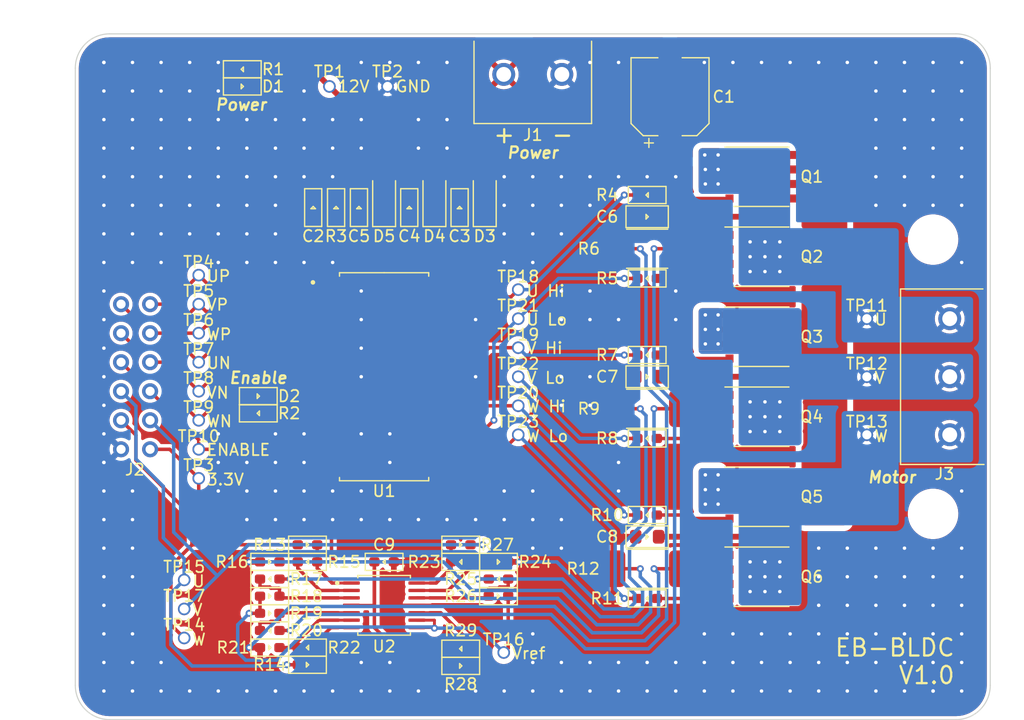
<source format=kicad_pcb>
(kicad_pcb (version 20221018) (generator pcbnew)
  (title_block (title "EB-BLDC") (date "2023-12-08") (rev "V1,0") (company "https://github.com/KimiakiK"))
  (layers (0 "F.Cu" signal) (31 "B.Cu" signal) (34 "B.Paste" user) (35 "F.Paste" user) (36 "B.SilkS" user "B.Silkscreen") (37 "F.SilkS" user "F.Silkscreen") (38 "B.Mask" user) (39 "F.Mask" user) (44 "Edge.Cuts" user))
  (net 0 "")
  (net 1 "+12V")
  (net 2 "GND")
  (net 3 "Net-(D3-K)")
  (net 4 "Net-(U1-VS1)")
  (net 5 "Net-(D4-K)")
  (net 6 "Net-(U1-VS2)")
  (net 7 "Net-(D5-K)")
  (net 8 "Net-(U1-VS3)")
  (net 9 "+3.3V")
  (net 10 "Net-(D1-A)")
  (net 11 "Net-(D2-A)")
  (net 12 "Input_UP")
  (net 13 "Input_VP")
  (net 14 "Input_WP")
  (net 15 "Input_UN")
  (net 16 "Input_VN")
  (net 17 "Input_WN")
  (net 18 "ENABLE")
  (net 19 "Current_U")
  (net 20 "Current_V")
  (net 21 "Current_W")
  (net 22 "/Motor_U")
  (net 23 "/Motor_V")
  (net 24 "/Motor_W")
  (net 25 "Net-(Q1-G)")
  (net 26 "Shunt_U")
  (net 27 "Net-(Q2-G)")
  (net 28 "Net-(Q3-G)")
  (net 29 "Shunt_V")
  (net 30 "Net-(Q4-G)")
  (net 31 "Net-(Q5-G)")
  (net 32 "Shunt_W")
  (net 33 "Net-(Q6-G)")
  (net 34 "Net-(U1-RCIN)")
  (net 35 "Net-(U1-HO1)")
  (net 36 "Net-(U1-LO1)")
  (net 37 "Net-(U1-HO2)")
  (net 38 "Net-(U1-LO2)")
  (net 39 "Net-(U1-HO3)")
  (net 40 "Net-(U1-LO3)")
  (net 41 "Net-(U2-VOUTA)")
  (net 42 "Net-(U2-VOUTB)")
  (net 43 "Net-(U2-VINA-)")
  (net 44 "Net-(U2-VINA+)")
  (net 45 "Vref")
  (net 46 "Net-(U2-VINB+)")
  (net 47 "Net-(U2-VINB-)")
  (net 48 "Net-(U2-VOUTD)")
  (net 49 "Net-(U2-VIND-)")
  (net 50 "Net-(U2-VIND+)")
  (net 51 "Net-(U2-VINC+)")
  (footprint "EB-BLDC:VSONP-8-1EP_5x6_P1.27mm" (layer "F.Cu") (at 20 -10.5)
    (fp_text reference "Q2")
    (fp_text value "IRFH7545")
  )
  (footprint "EB-BLDC:1608Metric" (layer "F.Cu") (at -19.2 -14.8 -90)
    (fp_text reference "C2")
    (fp_text value "0.1uF")
  )
  (footprint "EB-BLDC:1608Metric" (layer "F.Cu") (at -6.3 23.8)
    (fp_text reference "R29")
    (fp_text value "10k")
  )
  (footprint "EB-BLDC:1608Metric" (layer "F.Cu") (at 10 -1.9)
    (fp_text reference "R7")
    (fp_text value "100")
  )
  (footprint "EB-BLDC:TestPoint_Plated_Hole_D0.8mm" (layer "F.Cu") (at -1.27 -7.62)
    (fp_text reference "TP18")
    (fp_text value "TestPoint")
  )
  (footprint "EB-BLDC:CP_Elec_6.3x7.7" (layer "F.Cu") (at 12 -24.5 90)
    (fp_text reference "C1")
    (fp_text value "100uF")
  )
  (footprint "EB-BLDC:TerminalBlock_5.08_1x02_P5.08mm_Horizontal" (layer "F.Cu") (at 2.54 -26.455 180)
    (fp_text reference "J1")
    (fp_text value "Power")
  )
  (footprint "EB-BLDC:1608Metric" (layer "F.Cu") (at -24 3.2)
    (fp_text reference "R2")
    (fp_text value "2.2k")
  )
  (footprint "EB-BLDC:VSONP-8-1EP_5x6_P1.27mm" (layer "F.Cu") (at 20 17.5)
    (fp_text reference "Q6")
    (fp_text value "IRFH7545")
  )
  (footprint "EB-BLDC:D_SOD-123" (layer "F.Cu") (at -4.2 -15.5 90)
    (fp_text reference "D3")
    (fp_text value "D")
  )
  (footprint "EB-BLDC:VSONP-8-1EP_5x6_P1.27mm" (layer "F.Cu") (at 20 3.5)
    (fp_text reference "Q4")
    (fp_text value "IRFH7545")
  )
  (footprint "EB-BLDC:1608Metric" (layer "F.Cu") (at -25.4 -25.4 180)
    (fp_text reference "D1")
    (fp_text value "LED")
  )
  (footprint "EB-BLDC:1608Metric" (layer "F.Cu") (at -6.4 -14.8 -90)
    (fp_text reference "C3")
    (fp_text value "1uF")
  )
  (footprint "EB-BLDC:TestPoint_Plated_Hole_D0.8mm" (layer "F.Cu") (at -1.27 5.08)
    (fp_text reference "TP23")
    (fp_text value "TestPoint")
  )
  (footprint "EB-BLDC:1608Metric" (layer "F.Cu") (at -23 16.2 180)
    (fp_text reference "R16")
    (fp_text value "2k")
  )
  (footprint "EB-BLDC:1608Metric" (layer "F.Cu") (at -25.4 -26.9)
    (fp_text reference "R1")
    (fp_text value "20k")
  )
  (footprint "EB-BLDC:1608Metric" (layer "F.Cu") (at -10.8 -14.8 -90)
    (fp_text reference "C4")
    (fp_text value "1uF")
  )
  (footprint "EB-BLDC:1608Metric" (layer "F.Cu") (at -24 1.7 180)
    (fp_text reference "D2")
    (fp_text value "LED")
  )
  (footprint "EB-BLDC:1608Metric" (layer "F.Cu") (at -3 19.2 180)
    (fp_text reference "R26")
    (fp_text value "30k")
  )
  (footprint "EB-BLDC:1608Metric" (layer "F.Cu") (at 10 19.4)
    (fp_text reference "R11")
    (fp_text value "100")
  )
  (footprint "EB-BLDC:1608Metric" (layer "F.Cu") (at -6.3 14.7 180)
    (fp_text reference "R27")
    (fp_text value "1k")
  )
  (footprint "EB-BLDC:TestPoint_Plated_Hole_D0.8mm" (layer "F.Cu") (at -29.21 -6.35)
    (fp_text reference "TP5")
    (fp_text value "TestPoint")
  )
  (footprint "EB-BLDC:TestPoint_Plated_Hole_D0.8mm" (layer "F.Cu") (at -12.7 -25.4)
    (fp_text reference "TP2")
    (fp_text value "TestPoint")
  )
  (footprint "EB-BLDC:TestPoint_Plated_Hole_D0.8mm" (layer "F.Cu") (at -2.54 24.13)
    (fp_text reference "TP16")
    (fp_text value "TestPoint")
  )
  (footprint "EB-BLDC:2012Metric" (layer "F.Cu") (at 10 0 180)
    (fp_text reference "C7")
    (fp_text value "22uF")
  )
  (footprint "EB-BLDC:1608Metric" (layer "F.Cu") (at -15.2 -14.8 -90)
    (fp_text reference "C5")
    (fp_text value "1uF")
  )
  (footprint "EB-BLDC:1608Metric" (layer "F.Cu") (at 10 5.4)
    (fp_text reference "R8")
    (fp_text value "100")
  )
  (footprint "EB-BLDC:TestPoint_Plated_Hole_D0.8mm" (layer "F.Cu") (at -29.21 1.27)
    (fp_text reference "TP8")
    (fp_text value "TestPoint")
  )
  (footprint "EB-BLDC:TestPoint_Plated_Hole_D0.8mm" (layer "F.Cu") (at -29.21 -1.27)
    (fp_text reference "TP7")
    (fp_text value "TestPoint")
  )
  (footprint "EB-BLDC:TestPoint_Plated_Hole_D0.8mm" (layer "F.Cu") (at -30.48 17.78)
    (fp_text reference "TP15")
    (fp_text value "TestPoint")
  )
  (footprint "EB-BLDC:TestPoint_Plated_Hole_D0.8mm" (layer "F.Cu") (at -29.21 3.81)
    (fp_text reference "TP9")
    (fp_text value "TestPoint")
  )
  (footprint "EB-BLDC:1608Metric" (layer "F.Cu") (at -3 17.7)
    (fp_text reference "R25")
    (fp_text value "2k")
  )
  (footprint "EB-BLDC:SOIC-28W_7.5x17.9mm_P1.27mm" (layer "F.Cu") (at -13 0)
    (fp_text reference "U1")
    (fp_text value "IR2136S")
  )
  (footprint "EB-BLDC:D_SOD-123" (layer "F.Cu") (at -8.6 -15.5 90)
    (fp_text reference "D4")
    (fp_text value "D")
  )
  (footprint "EB-BLDC:TestPoint_Plated_Hole_D0.8mm" (layer "F.Cu") (at -17.78 -25.4)
    (fp_text reference "TP1")
    (fp_text value "TestPoint")
  )
  (footprint "EB-BLDC:1608Metric" (layer "F.Cu") (at 10 -15.9)
    (fp_text reference "R4")
    (fp_text value "100")
  )
  (footprint "EB-BLDC:1608Metric" (layer "F.Cu") (at -23 19.2 180)
    (fp_text reference "R18")
    (fp_text value "30k")
  )
  (footprint "EB-BLDC:1608Metric" (layer "F.Cu") (at -6.3 16.2)
    (fp_text reference "R23")
    (fp_text value "30k")
  )
  (footprint "EB-BLDC:TestPoint_Plated_Hole_D0.8mm" (layer "F.Cu") (at -30.48 20.32)
    (fp_text reference "TP17")
    (fp_text value "TestPoint")
  )
  (footprint "EB-BLDC:VSONP-8-1EP_5x6_P1.27mm" (layer "F.Cu") (at 20 -3.5)
    (fp_text reference "Q3")
    (fp_text value "IRFH7545")
  )
  (footprint "EB-BLDC:VSONP-8-1EP_5x6_P1.27mm" (layer "F.Cu") (at 20 10.5)
    (fp_text reference "Q5")
    (fp_text value "IRFH7545")
  )
  (footprint "EB-BLDC:1608Metric" (layer "F.Cu") (at -6.3 25.3 180)
    (fp_text reference "R28")
    (fp_text value "10k")
  )
  (footprint "EB-BLDC:R_2512_6332Metric" (layer "F.Cu") (at 10 -11.2 180)
    (fp_text reference "R6")
    (fp_text value "0.025")
  )
  (footprint "EB-BLDC:1608Metric" (layer "F.Cu") (at -19.7 25.2 180)
    (fp_text reference "R14")
    (fp_text value "1k")
  )
  (footprint "EB-BLDC:TestPoint_Plated_Hole_D0.8mm" (layer "F.Cu") (at 29.21 -5.08)
    (fp_text reference "TP11")
    (fp_text value "TestPoint")
  )
  (footprint "EB-BLDC:TerminalBlock_5.08_1x03_P5.08mm_Horizontal" (layer "F.Cu") (at 36.455 5.08 90)
    (fp_text reference "J3")
    (fp_text value "Motor")
  )
  (footprint "EB-BLDC:R_2512_6332Metric" (layer "F.Cu") (at 10 2.8 180)
    (fp_text reference "R9")
    (fp_text value "0.025")
  )
  (footprint "EB-BLDC:TSSOP-14_4.4x5mm_P0.65mm" (layer "F.Cu") (at -13 20)
    (fp_text reference "U2")
    (fp_text value "MCP6024")
  )
  (footprint "EB-BLDC:1608Metric" (layer "F.Cu") (at -19.7 14.7 180)
    (fp_text reference "R13")
    (fp_text value "1k")
  )
  (footprint "EB-BLDC:1608Metric" (layer "F.Cu") (at -19.7 16.2)
    (fp_text reference "R15")
    (fp_text value "30k")
  )
  (footprint "EB-BLDC:D_SOD-123" (layer "F.Cu") (at -13 -15.5 90)
    (fp_text reference "D5")
    (fp_text value "D")
  )
  (footprint "EB-BLDC:PinHeader_2x06_P2.54mm_Horizontal" (layer "F.Cu") (at -33.46 -6.35)
    (fp_text reference "J2")
    (fp_text value "Connector")
  )
  (footprint "EB-BLDC:1608Metric" (layer "F.Cu") (at -23 17.7)
    (fp_text reference "R17")
    (fp_text value "2k")
  )
  (footprint "EB-BLDC:MountingHole_3.2mm_M3" (layer "F.Cu") (at 35 -12)
    (fp_text reference "H1" hide)
    (fp_text value "MountingHole")
  )
  (footprint "EB-BLDC:R_2512_6332Metric" (layer "F.Cu") (at 10 16.8 180)
    (fp_text reference "R12")
    (fp_text value "0.025")
  )
  (footprint "EB-BLDC:MountingHole_3.2mm_M3" (layer "F.Cu") (at 35 12)
    (fp_text reference "H2" hide)
    (fp_text value "MountingHole")
  )
  (footprint "EB-BLDC:TestPoint_Plated_Hole_D0.8mm" (layer "F.Cu") (at 29.21 5.08)
    (fp_text reference "TP13")
    (fp_text value "TestPoint")
  )
  (footprint "EB-BLDC:TestPoint_Plated_Hole_D0.8mm" (layer "F.Cu") (at -1.27 -5.08)
    (fp_text reference "TP21")
    (fp_text value "TestPoint")
  )
  (footprint "EB-BLDC:TestPoint_Plated_Hole_D0.8mm" (layer "F.Cu") (at -29.21 -3.81)
    (fp_text reference "TP6")
    (fp_text value "TestPoint")
  )
  (footprint "EB-BLDC:1608Metric" (layer "F.Cu") (at -23 22.2)
    (fp_text reference "R20")
    (fp_text value "2k")
  )
  (footprint "EB-BLDC:1608Metric" (layer "F.Cu") (at -13 16.2)
    (fp_text reference "C9")
    (fp_text value "0.1uF")
  )
  (footprint "EB-BLDC:VSONP-8-1EP_5x6_P1.27mm" (layer "F.Cu") (at 20 -17.5)
    (fp_text reference "Q1")
    (fp_text value "IRFH7545")
  )
  (footprint "EB-BLDC:1608Metric" (layer "F.Cu") (at -3 16.2 180)
    (fp_text reference "R24")
    (fp_text value "2k")
  )
  (footprint "EB-BLDC:1608Metric" (layer "F.Cu") (at 10 12.1)
    (fp_text reference "R10")
    (fp_text value "100")
  )
  (footprint "EB-BLDC:TestPoint_Plated_Hole_D0.8mm" (layer "F.Cu") (at -29.21 6.35)
    (fp_text reference "TP10")
    (fp_text value "TestPoint")
  )
  (footprint "EB-BLDC:1608Metric" (layer "F.Cu") (at -17.2 -14.8 -90)
    (fp_text reference "R3")
    (fp_text value "10k")
  )
  (footprint "EB-BLDC:1608Metric" (layer "F.Cu") (at -19.7 23.7)
    (fp_text reference "R22")
    (fp_text value "30k")
  )
  (footprint "EB-BLDC:2012Metric" (layer "F.Cu") (at 10 14 180)
    (fp_text reference "C8")
    (fp_text value "22uF")
  )
  (footprint "EB-BLDC:1608Metric" (layer "F.Cu") (at -23 20.7 180)
    (fp_text reference "R19")
    (fp_text value "30k")
  )
  (footprint "EB-BLDC:TestPoint_Plated_Hole_D0.8mm" (layer "F.Cu") (at -29.21 8.89)
    (fp_text reference "TP3")
    (fp_text value "TestPoint")
  )
  (footprint "EB-BLDC:2012Metric" (layer "F.Cu") (at 10 -14 180)
    (fp_text reference "C6")
    (fp_text value "22uF")
  )
  (footprint "EB-BLDC:TestPoint_Plated_Hole_D0.8mm" (layer "F.Cu") (at -1.27 -2.54)
    (fp_text reference "TP19")
    (fp_text value "TestPoint")
  )
  (footprint "EB-BLDC:TestPoint_Plated_Hole_D0.8mm" (layer "F.Cu") (at 29.21 0)
    (fp_text reference "TP12")
    (fp_text value "TestPoint")
  )
  (footprint "EB-BLDC:TestPoint_Plated_Hole_D0.8mm" (layer "F.Cu") (at -30.48 22.86)
    (fp_text reference "TP14")
    (fp_text value "TestPoint")
  )
  (footprint "EB-BLDC:1608Metric" (layer "F.Cu") (at -23 23.7 180)
    (fp_text reference "R21")
    (fp_text value "2k")
  )
  (footprint "EB-BLDC:TestPoint_Plated_Hole_D0.8mm" (layer "F.Cu") (at -1.27 0)
    (fp_text reference "TP22")
    (fp_text value "TestPoint")
  )
  (footprint "EB-BLDC:TestPoint_Plated_Hole_D0.8mm" (layer "F.Cu") (at -1.27 2.54)
    (fp_text reference "TP20")
    (fp_text value "TestPoint")
  )
  (footprint "EB-BLDC:1608Metric" (layer "F.Cu") (at 10 -8.6)
    (fp_text reference "R5")
    (fp_text value "100")
  )
  (footprint "EB-BLDC:TestPoint_Plated_Hole_D0.8mm" (layer "F.Cu") (at -29.21 -8.89)
    (fp_text reference "TP4")
    (fp_text value "TestPoint")
  )
  (gr_line (start -37 -30) (end 37 -30) (stroke (width 0.1)) (layer "Edge.Cuts"))
  (gr_arc (start 40 27) (mid 39.12132 29.12132) (end 37 30) (stroke (width 0.1)) (layer "Edge.Cuts"))
  (gr_arc (start 37 -30) (mid 39.12132 -29.12132) (end 40 -27) (stroke (width 0.1)) (layer "Edge.Cuts"))
  (gr_line (start -40 27) (end -40 -27) (stroke (width 0.1)) (layer "Edge.Cuts"))
  (gr_arc (start -40 -27) (mid -39.12132 -29.12132) (end -37 -30) (stroke (width 0.1)) (layer "Edge.Cuts"))
  (gr_arc (start -37 30) (mid -39.12132 29.12132) (end -40 27) (stroke (width 0.1)) (layer "Edge.Cuts"))
  (gr_line (start 37 30) (end -37 30) (stroke (width 0.1)) (layer "Edge.Cuts"))
  (gr_line (start 40 -27) (end 40 27) (stroke (width 0.1)) (layer "Edge.Cuts"))
  (gr_text "3.3V" (at -28.6 9) (layer "F.SilkS") (effects (font (size 1 1)) (justify left)))
  (gr_text "W" (at 29.8 5.2) (layer "F.SilkS") (effects (font (size 1 1)) (justify left)))
  (gr_text "Enable" (at -24 0.1) (layer "F.SilkS") (effects (font (size 1 1) (thickness 0.2) bold italic)))
  (gr_text "W Hi" (at -0.635 2.6) (layer "F.SilkS") (effects (font (size 1 1)) (justify left)))
  (gr_text "V" (at -29.845 20.4) (layer "F.SilkS") (effects (font (size 1 1)) (justify left)))
  (gr_text "WP" (at -28.6 -3.7) (layer "F.SilkS") (effects (font (size 1 1)) (justify left)))
  (gr_text "WN" (at -28.6 3.9) (layer "F.SilkS") (effects (font (size 1 1)) (justify left)))
  (gr_text "U Lo" (at -0.635 -5) (layer "F.SilkS") (effects (font (size 1 1)) (justify left)))
  (gr_text "ENABLE" (at -28.6 6.4) (layer "F.SilkS") (effects (font (size 1 1)) (justify left)))
  (gr_text "V Lo" (at -0.635 0.1) (layer "F.SilkS") (effects (font (size 1 1)) (justify left)))
  (gr_text "Motor" (at 31.4 8.8) (layer "F.SilkS") (effects (font (size 1 1) (thickness 0.2) bold italic)))
  (gr_text "12V" (at -17.145 -25.4) (layer "F.SilkS") (effects (font (size 1 1)) (justify left)))
  (gr_text "V Hi" (at -0.635 -2.5) (layer "F.SilkS") (effects (font (size 1 1)) (justify left)))
  (gr_text "VP" (at -28.6 -6.3) (layer "F.SilkS") (effects (font (size 1 1)) (justify left)))
  (gr_text "EB-BLDC\nV1.0" (at 37 27) (layer "F.SilkS") (effects (font (size 1.5 1.5) (thickness 0.2)) (justify right bottom)))
  (gr_text "Power" (at 0 -19.6) (layer "F.SilkS") (effects (font (size 1 1) (thickness 0.2) bold italic)))
  (gr_text "V" (at 29.8 0.1) (layer "F.SilkS") (effects (font (size 1 1)) (justify left)))
  (gr_text "W Lo" (at -0.635 5.2) (layer "F.SilkS") (effects (font (size 1 1)) (justify left)))
  (gr_text "VN" (at -28.6 1.4) (layer "F.SilkS") (effects (font (size 1 1)) (justify left)))
  (gr_text "UN" (at -28.6 -1.2) (layer "F.SilkS") (effects (font (size 1 1)) (justify left)))
  (gr_text "U" (at 29.8 -5) (layer "F.SilkS") (effects (font (size 1 1)) (justify left)))
  (gr_text "Power" (at -25.5 -23.8) (layer "F.SilkS") (effects (font (size 1 1) (thickness 0.2) bold italic)))
  (gr_text "U" (at -29.845 17.9) (layer "F.SilkS") (effects (font (size 1 1)) (justify left)))
  (gr_text "W" (at -29.845 23) (layer "F.SilkS") (effects (font (size 1 1)) (justify left)))
  (gr_text "U Hi" (at -0.635 -7.5) (layer "F.SilkS") (effects (font (size 1 1)) (justify left)))
  (gr_text "UP" (at -28.6 -8.8) (layer "F.SilkS") (effects (font (size 1 1)) (justify left)))
  (gr_text "-" (at 2.6 -21.2) (layer "F.SilkS") (effects (font (size 1.5 1.5) (thickness 0.2) bold)))
  (gr_text "+" (at -2.5 -21.2) (layer "F.SilkS") (effects (font (size 1.5 1.5) (thickness 0.2) bold)))
  (gr_text "Vref" (at -1.905 24.2) (layer "F.SilkS") (effects (font (size 1 1)) (justify left)))
  (gr_text "GND" (at -12.065 -25.4) (layer "F.SilkS") (effects (font (size 1 1)) (justify left)))
  (segment (start -19.28 -26.9) (end -24.55 -26.9) (width 0.508) (layer "F.Cu") (net 1))
  (segment (start -17.2 -15.65) (end -19.2 -15.65) (width 0.508) (layer "F.Cu") (net 1))
  (segment (start 22.8 12.405) (end 23.905 12.405) (width 0.508) (layer "F.Cu") (net 1))
  (segment (start -13 -24.1364) (end -16.5164 -24.1364) (width 0.508) (layer "F.Cu") (net 1))
  (segment (start 11 0) (end 19.593 0) (width 0.508) (layer "F.Cu") (net 1))
  (segment (start 22.8 -18.135) (end 23.865 -18.135) (width 0.508) (layer "F.Cu") (net 1))
  (segment (start 22.8 -16.865) (end 23.865 -16.865) (width 0.508) (layer "F.Cu") (net 1))
  (segment (start -15.7 -17.15) (end -17.2 -15.65) (width 0.508) (layer "F.Cu") (net 1))
  (segment (start 19.593 -14) (end 20.33 -14.737) (width 0.508) (layer "F.Cu") (net 1))
  (segment (start 11 14) (end 19.593 14) (width 0.508) (layer "F.Cu") (net 1))
  (segment (start -21.2 -14.7) (end -21.2 -9.2) (width 0.508) (layer "F.Cu") (net 1))
  (segment (start 22.8 -5.405) (end 23.905 -5.405) (width 0.508) (layer "F.Cu") (net 1))
  (segment (start 11 -14) (end 19.593 -14) (width 0.508) (layer "F.Cu") (net 1))
  (segment (start 20.33 -14.737) (end 20.33 -17.5) (width 0.508) (layer "F.Cu") (net 1))
  (segment (start -4.8586 -24.1364) (end -13 -24.1364) (width 0.508) (layer "F.Cu") (net 1))
  (segment (start 22.8 8.595) (end 23.905 8.595) (width 0.508) (layer "F.Cu") (net 1))
  (segment (start 22.8 11.135) (end 23.865 11.135) (width 0.508) (layer "F.Cu") (net 1))
  (segment (start 19.593 14) (end 20.33 13.263) (width 0.508) (layer "F.Cu") (net 1))
  (segment (start -19.2 -15.65) (end -20.25 -15.65) (width 0.508) (layer "F.Cu") (net 1))
  (segment (start -20.255 -8.255) (end -17.65 -8.255) (width 0.508) (layer "F.Cu") (net 1))
  (segment (start 19.593 0) (end 20.33 -0.737) (width 0.508) (layer "F.Cu") (net 1))
  (segment (start 22.8 -1.595) (end 23.905 -1.595) (width 0.508) (layer "F.Cu") (net 1))
  (segment (start -16.5164 -24.1364) (end -17.78 -25.4) (width 0.508) (layer "F.Cu") (net 1))
  (segment (start -2.54 -26.455) (end -4.8586 -24.1364) (width 0.508) (layer "F.Cu") (net 1))
  (segment (start 20.33 13.263) (end 20.33 10.5) (width 0.508) (layer "F.Cu") (net 1))
  (segment (start -20.25 -15.65) (end -21.2 -14.7) (width 0.508) (layer "F.Cu") (net 1))
  (segment (start 22.8 -4.135) (end 23.865 -4.135) (width 0.508) (layer "F.Cu") (net 1))
  (segment (start 22.8 9.865) (end 23.865 9.865) (width 0.508) (layer "F.Cu") (net 1))
  (segment (start 22.8 -15.595) (end 23.905 -15.595) (width 0.508) (layer "F.Cu") (net 1))
  (segment (start 22.8 -2.865) (end 23.865 -2.865) (width 0.508) (layer "F.Cu") (net 1))
  (segment (start -13 -17.15) (end -13 -24.1364) (width 0.508) (layer "F.Cu") (net 1))
  (segment (start 20.33 -0.737) (end 20.33 -3.5) (width 0.508) (layer "F.Cu") (net 1))
  (segment (start -17.78 -25.4) (end -19.28 -26.9) (width 0.508) (layer "F.Cu") (net 1))
  (segment (start -13 -17.15) (end -15.7 -17.15) (width 0.508) (layer "F.Cu") (net 1))
  (segment (start 22.8 -19.405) (end 23.905 -19.405) (width 0.508) (layer "F.Cu") (net 1))
  (segment (start -13 -17.15) (end -4.2 -17.15) (width 0.508) (layer "F.Cu") (net 1))
  (segment (start -21.2 -9.2) (end -20.255 -8.255) (width 0.508) (layer "F.Cu") (net 1))
  (segment (start 7.0375 -11.2) (end 9.4 -11.2) (width 0.3048) (layer "F.Cu") (net 2))
  (segment (start -12.15 22.45) (end -12.15 17.7) (width 0.3048) (layer "F.Cu") (net 2))
  (segment (start -1.2 16.2) (end -2.15 16.2) (width 0.3048) (layer "F.Cu") (net 2))
  (segment (start -24.8 16.2) (end -23.85 16.2) (width 0.3048) (layer "F.Cu") (net 2))
  (segment (start 7.0375 2.8) (end 9.4 2.8) (width 0.3048) (layer "F.Cu") (net 2))
  (segment (start -7.15 23.8) (end -10.8 23.8) (width 0.3048) (layer "F.Cu") (net 2))
  (segment (start -10.8 23.8) (end -12.15 22.45) (width 0.3048) (layer "F.Cu") (net 2))
  (segment (start 7.0375 16.8) (end 9.4 16.8) (width 0.3048) (layer "F.Cu") (net 2))
  (segment (start -12.15 16.2) (end -12.15 17.7) (width 0.3048) (layer "F.Cu") (net 2))
  (segment (start -12.15 17.7) (end -12.15 20) (width 0.3048) (layer "F.Cu") (net 2))
  (segment (start -12.15 20) (end -10.1375 20) (width 0.254) (layer "F.Cu") (net 2))
  (segment (start -24.8 23.7) (end -23.85 23.7) (width 0.3048) (layer "F.Cu") (net 2))
  (via (at -15 0) (size 0.6096) (drill 0.3048) (layers "F.Cu" "B.Cu") (net 2))
  (via (at 37.5 -27.5) (size 0.6096) (drill 0.3048) (layers "F.Cu" "B.Cu") (net 2))
  (via (at 5 -15) (size 0.6096) (drill 0.3048) (layers "F.Cu" "B.Cu") (net 2))
  (via (at -15 10) (size 0.6096) (drill 0.3048) (layers "F.Cu" "B.Cu") (net 2))
  (via (at 30 -22.5) (size 0.6096) (drill 0.3048) (layers "F.Cu" "B.Cu") (net 2))
  (via (at -27.5 7.5) (size 0.6096) (drill 0.3048) (layers "F.Cu" "B.Cu") (net 2))
  (via (at -37.5 -15) (size 0.6096) (drill 0.3048) (layers "F.Cu" "B.Cu") (net 2))
  (via (at -25 7.5) (size 0.6096) (drill 0.3048) (layers "F.Cu" "B.Cu") (net 2))
  (via (at -25 12.5) (size 0.6096) (drill 0.3048) (layers "F.Cu" "B.Cu") (net 2))
  (via (at -27.5 -27.5) (size 0.6096) (drill 0.3048) (layers "F.Cu" "B.Cu") (net 2))
  (via (at 27.5 22.5) (size 0.6096) (drill 0.3048) (layers "F.Cu" "B.Cu") (net 2))
  (via (at 32.5 -27.5) (size 0.6096) (drill 0.3048) (layers "F.Cu" "B.Cu") (net 2))
  (via (at 27.5 17.5) (size 0.6096) (drill 0.3048) (layers "F.Cu" "B.Cu") (net 2))
  (via (at -15 -2.5) (size 0.6096) (drill 0.3048) (layers "F.Cu" "B.Cu") (net 2))
  (via (at -15 -5) (size 0.6096) (drill 0.3048) (layers "F.Cu" "B.Cu") (net 2))
  (via (at -25 -22.5) (size 0.6096) (drill 0.3048) (layers "F.Cu" "B.Cu") (net 2))
  (via (at -25 -12.5) (size 0.6096) (drill 0.3048) (layers "F.Cu" "B.Cu") (net 2))
  (via (at 7.5 -27.5) (size 0.6096) (drill 0.3048) (layers "F.Cu" "B.Cu") (net 2))
  (via (at 32.5 -25) (size 0.6096) (drill 0.3048) (layers "F.Cu" "B.Cu") (net 2))
  (via (at -22.5 5) (size 0.6096) (drill 0.3048) (layers "F.Cu" "B.Cu") (net 2))
  (via (at -30 -15) (size 0.6096) (drill 0.3048) (layers "F.Cu" "B.Cu") (net 2))
  (via (at 30 25) (size 0.6096) (drill 0.3048) (layers "F.Cu" "B.Cu") (net 2))
  (via (at -27.5 10) (size 0.6096) (drill 0.3048) (layers "F.Cu" "B.Cu") (net 2))
  (via (at -22.5 7.5) (size 0.6096) (drill 0.3048) (layers "F.Cu" "B.Cu") (net 2))
  (via (at 17.5 25) (size 0.6096) (drill 0.3048) (layers "F.Cu" "B.Cu") (net 2))
  (via (at 37.5 -17.5) (size 0.6096) (drill 0.3048) (layers "F.Cu" "B.Cu") (net 2))
  (via (at 7.5 -5) (size 0.6096) (drill 0.3048) (layers "F.Cu" "B.Cu") (net 2))
  (via (at -37.5 12.5) (size 0.6096) (drill 0.3048) (layers "F.Cu" "B.Cu") (net 2))
  (via (at 17.5 27.5) (size 0.6096) (drill 0.3048) (layers "F.Cu" "B.Cu") (net 2))
  (via (at 27.5 -27.5) (size 0.6096) (drill 0.3048) (layers "F.Cu" "B.Cu") (net 2))
  (via (at -22.5 -12.5) (size 0.6096) (drill 0.3048) (layers "F.Cu" "B.Cu") (net 2))
  (via (at -27.5 27.5) (size 0.6096) (drill 0.3048) (layers "F.Cu" "B.Cu") (net 2))
  (via (at 22.5 -27.5) (size 0.6096) (drill 0.3048) (layers "F.Cu" "B.Cu") (net 2))
  (via (at -17.5 27.5) (size 0.6096) (drill 0.3048) (layers "F.Cu" "B.Cu") (net 2))
  (via (at -35 -15) (size 0.6096) (drill 0.3048) (layers "F.Cu" "B.Cu") (net 2))
  (via (at -32.5 -12.5) (size 0.6096) (drill 0.3048) (layers "F.Cu" "B.Cu") (net 2))
  (via (at -24.8 16.2) (size 0.6096) (drill 0.3048) (layers "F.Cu" "B.Cu") (net 2))
  (via (at -25 -17.5) (size 0.6096) (drill 0.3048) (layers "F.Cu" "B.Cu") (net 2))
  (via (at -37.5 -27.5) (size 0.6096) (drill 0.3048) (layers "F.Cu" "B.Cu") (net 2))
  (via (at 30 -27.5) (size 0.6096) (drill 0.3048) (layers "F.Cu" "B.Cu") (net 2))
  (via (at -37.5 -22.5) (size 0.6096) (drill 0.3048) (layers "F.Cu" "B.Cu") (net 2))
  (via (at 0 -15) (size 0.6096) (drill 0.3048) (layers "F.Cu" "B.Cu") (net 2))
  (via (at 35 -20) (size 0.6096) (drill 0.3048) (layers "F.Cu" "B.Cu") (net 2))
  (via (at 15 25) (size 0.6096) (drill 0.3048) (layers "F.Cu" "B.Cu") (net 2))
  (via (at -37.5 -5) (size 0.6096) (drill 0.3048) (layers "F.Cu" "B.Cu") (net 2))
  (via (at -1.2 16.2) (size 0.6096) (drill 0.3048) (layers "F.Cu" "B.Cu") (net 2))
  (via (at 9.4 2.8) (size 0.6096) (drill 0.3048) (layers "F.Cu" "B.Cu") (net 2))
  (via (at 22.5 25) (size 0.6096) (drill 0.3048) (layers "F.Cu" "B.Cu") (net 2))
  (via (at -10 12.5) (size 0.6096) (drill 0.3048) (layers "F.Cu" "B.Cu") (net 2))
  (via (at -27.5 5) (size 0.6096) (drill 0.3048) (layers "F.Cu" "B.Cu") (net 2))
  (via (at -37.5 0) (size 0.6096) (drill 0.3048) (layers "F.Cu" "B.Cu") (net 2))
  (via (at -37.5 20) (size 0.6096) (drill 0.3048) (layers "F.Cu" "B.Cu") (net 2))
  (via (at 2.5 15) (size 0.6096) (drill 0.3048) (layers "F.Cu" "B.Cu") (net 2))
  (via (at -30 -12.5) (size 0.6096) (drill 0.3048) (layers "F.Cu" "B.Cu") (net 2))
  (via (at -12.5 7.5) (size 0.6096) (drill 0.3048) (layers "F.Cu" "B.Cu") (net 2))
  (via (at 32.5 -17.5) (size 0.6096) (drill 0.3048) (layers "F.Cu" "B.Cu") (net 2))
  (via (at 35 -17.5) (size 0.6096) (drill 0.3048) (layers "F.Cu" "B.Cu") (net 2))
  (via (at 30 17.5) (size 0.6096) (drill 0.3048) (layers "F.Cu" "B.Cu") (net 2))
  (via (at -30 -25) (size 0.6096) (drill 0.3048) (layers "F.Cu" "B.Cu") (net 2))
  (via (at 25 27.5) (size 0.6096) (drill 0.3048) (layers "F.Cu" "B.Cu") (net 2))
  (via (at 17.5 -27.5) (size 0.6096) (drill 0.3048) (layers "F.Cu" "B.Cu") (net 2))
  (via (at 5 27.5) (size 0.6096) (drill 0.3048) (layers "F.Cu" "B.Cu") (net 2))
  (via (at -7.5 12.5) (size 0.6096) (drill 0.3048) (layers "F.Cu" "B.Cu") (net 2))
  (via (at -30 -27.5) (size 0.6096) (drill 0.3048) (layers "F.Cu" "B.Cu") (net 2))
  (via (at 9.4 16.8) (size 0.6096) (drill 0.3048) (layers "F.Cu" "B.Cu") (net 2))
  (via (at 32.5 -22.5) (size 0.6096) (drill 0.3048) (layers "F.Cu" "B.Cu") (net 2))
  (via (at -35 12.5) (size 0.6096) (drill 0.3048) (layers "F.Cu" "B.Cu") (net 2))
  (via (at 35 25) (size 0.6096) (drill 0.3048) (layers "F.Cu" "B.Cu") (net 2))
  (via (at 35 -25) (size 0.6096) (drill 0.3048) (layers "F.Cu" "B.Cu") (net 2))
  (via (at -2.5 27.5) (size 0.6096) (drill 0.3048) (layers "F.Cu" "B.Cu") (net 2))
  (via (at -17.5 -10) (size 0.6096) (drill 0.3048) (layers "F.Cu" "B.Cu") (net 2))
  (via (at -20 27.5) (size 0.6096) (drill 0.3048) (layers "F.Cu" "B.Cu") (net 2))
  (via (at -24.8 23.7) (size 0.6096) (drill 0.3048) (layers "F.Cu" "B.Cu") (net 2))
  (via (at -25 -20) (size 0.6096) (drill 0.3048) (layers "F.Cu" "B.Cu") (net 2))
  (via (at -5 27.5) (size 0.6096) (drill 0.3048) (layers "F.Cu" "B.Cu") (net 2))
  (via (at -35 -25) (size 0.6096) (drill 0.3048) (layers "F.Cu" "B.Cu") (net 2))
  (via (at -35 15) (size 0.6096) (drill 0.3048) (layers "F.Cu" "B.Cu") (net 2))
  (via (at 0 15) (size 0.6096) (drill 0.3048) (layers "F.Cu" "B.Cu") (net 2))
  (via (at 17.5 22.5) (size 0.6096) (drill 0.3048) (layers "F.Cu" "B.Cu") (net 2))
  (via (at 0 25) (size 0.6096) (drill 0.3048) (layers "F.Cu" "B.Cu") (net 2))
  (via (at 7.5 -17.5) (size 0.6096) (drill 0.3048) (layers "F.Cu" "B.Cu") (net 2))
  (via (at 10 27.5) (size 0.6096) (drill 0.3048) (layers "F.Cu" "B.Cu") (net 2))
  (via (at 30 -25) (size 0.6096) (drill 0.3048) (layers "F.Cu" "B.Cu") (net 2))
  (via (at -35 20) (size 0.6096) (drill 0.3048) (layers "F.Cu" "B.Cu") (net 2))
  (via (at -37.5 -2.5) (size 0.6096) (drill 0.3048) (layers "F.Cu" "B.Cu") (net 2))
  (via (at 25 20) (size 0.6096) (drill 0.3048) (layers "F.Cu" "B.Cu") (net 2))
  (via (at 27.5 25) (size 0.6096) (drill 0.3048) (layers "F.Cu" "B.Cu") (net 2))
  (via (at 20 -27.5) (size 0.6096) (drill 0.3048) (layers "F.Cu" "B.Cu") (net 2))
  (via (at -32.5 25) (size 0.6096) (drill 0.3048) (layers "F.Cu" "B.Cu") (net 2))
  (via (at 30 -17.5) (size 0.6096) (drill 0.3048) (layers "F.Cu" "B.Cu") (net 2))
  (via (at 2.5 -7.5) (size 0.6096) (drill 0.3048) (layers "F.Cu" "B.Cu") (net 2))
  (via (at -37.5 -25) (size 0.6096) (drill 0.3048) (layers "F.Cu" "B.Cu") (net 2))
  (via (at -35 -27.5) (size 0.6096) (drill 0.3048) (layers "F.Cu" "B.Cu") (net 2))
  (via (at -27.5 -15) (size 0.6096) (drill 0.3048) (layers "F.Cu" "B.Cu") (net 2))
  (via (at -15 25) (size 0.6096) (drill 0.3048) (layers "F.Cu" "B.Cu") (net 2))
  (via (at 30 15) (size 0.6096) (drill 0.3048) (layers "F.Cu" "B.Cu") (net 2))
  (via (at -22.5 -25) (size 0.6096) (drill 0.3048) (layers "F.Cu" "B.Cu") (net 2))
  (via (at 37.5 -20) (size 0.6096) (drill 0.3048) (layers "F.Cu" "B.Cu") (net 2))
  (via (at -35 -12.5) (size 0.6096) (drill 0.3048) (layers "F.Cu" "B.Cu") (net 2))
  (via (at -15 5) (size 0.6096) (drill 0.3048) (layers "F.Cu" "B.Cu") (net 2))
  (via (at 10 -17.5) (size 0.6096) (drill 0.3048) (layers "F.Cu" "B.Cu") (net 2))
  (via (at 32.5 22.5) (size 0.6096) (drill 0.3048) (layers "F.Cu" "B.Cu") (net 2))
  (via (at 35 15) (size 0.6096) (drill 0.3048) (layers "F.Cu" "B.Cu") (net 2))
  (via (at 37.5 15) (size 0.6096) (drill 0.3048) (layers "F.Cu" "B.Cu") (net 2))
  (via (at -15 -27.5) (size 0.6096) (drill 0.3048) (layers "F.Cu" "B.Cu") (net 2))
  (via (at -25 -17.5) (size 0.6096) (drill 0.3048) (layers "F.Cu" "B.Cu") (net 2))
  (via (at 0 10) (size 0.6096) (drill 0.3048) (layers "F.Cu" "B.Cu") (net 2))
  (via (at 32.5 -15) (size 0.6096) (drill 0.3048) (layers "F.Cu" "B.Cu") (net 2))
  (via (at -20 -25) (size 0.6096) (drill 0.3048) (layers "F.Cu" "B.Cu") (net 2))
  (via (at 35 17.5) (size 0.6096) (drill 0.3048) (layers "F.Cu" "B.Cu") (net 2))
  (via (at 30 -15) (size 0.6096) (drill 0.3048) (layers "F.Cu" "B.Cu") (net 2))
  (via (at 32.5 25) (size 0.6096) (drill 0.3048) (layers "F.Cu" "B.Cu") (net 2))
  (via (at -15 -20) (size 0.6096) (drill 0.3048) (layers "F.Cu" "B.Cu") (net 2))
  (via (at 35 -27.5) (size 0.6096) (drill 0.3048) (layers "F.Cu" "B.Cu") (net 2))
  (via (at 12.5 -5) (size 0.6096) (drill 0.3048) (layers "F.Cu" "B.Cu") (net 2))
  (via (at -35 27.5) (size 0.6096) (drill 0.3048) (layers "F.Cu" "B.Cu") (net 2))
  (via (at -35 -17.5) (size 0.6096) (drill 0.3048) (layers "F.Cu" "B.Cu") (net 2))
  (via (at -32.5 -17.5) (size 0.6096) (drill 0.3048) (layers "F.Cu" "B.Cu") (net 2))
  (via (at -15 -22.5) (size 0.6096) (drill 0.3048) (layers "F.Cu" "B.Cu") (net 2))
  (via (at -20 7.5) (size 0.6096) (drill 0.3048) (layers "F.Cu" "B.Cu") (net 2))
  (via (at -27.5 -25) (size 0.6096) (drill 0.3048) (layers "F.Cu" "B.Cu") (net 2))
  (via (at 12.5 -17.5) (size 0.6096) (drill 0.3048) (layers "F.Cu" "B.Cu") (net 2))
  (via (at -32.5 27.5) (size 0.6096) (drill 0.3048) (layers "F.Cu" "B.Cu") (net 2))
  (via (at -17.5 -20) (size 0.6096) (drill 0.3048) (layers "F.Cu" "B.Cu") (net 2))
  (via (at 27.5 20) (size 0.6096) (drill 0.3048) (layers "F.Cu" "B.Cu") (net 2))
  (via (at -22.5 -22.5) (size 0.6096) (drill 0.3048) (layers "F.Cu" "B.Cu") (net 2))
  (via (at -10 -22.5) (size 0.6096) (drill 0.3048) (layers "F.Cu" "B.Cu") (net 2))
  (via (at -35 22.5) (size 0.6096) (drill 0.3048) (layers "F.Cu" "B.Cu") (net 2))
  (via (at 32.5 27.5) (size 0.6096) (drill 0.3048) (layers "F.Cu" "B.Cu") (net 2))
  (via (at -20 -17.5) (size 0.6096) (drill 0.3048) (layers "F.Cu" "B.Cu") (net 2))
  (via (at 30 20) (size 0.6096) (drill 0.3048) (layers "F.Cu" "B.Cu") (net 2))
  (via (at 2.5 0) (size 0.6096) (drill 0.3048) (layers "F.Cu" "B.Cu") (net 2))
  (via (at -2.5 -10) (size 0.6096) (drill 0.3048) (layers "F.Cu" "B.Cu") (net 2))
  (via (at -27.5 -12.5) (size 0.6096) (drill 0.3048) (layers "F.Cu" "B.Cu") (net 2))
  (via (at -5 12.5) (size 0.6096) (drill 0.3048) (layers "F.Cu" "B.Cu") (net 2))
  (via (at -22.5 12.5) (size 0.6096) (drill 0.3048) (layers "F.Cu" "B.Cu") (net 2))
  (via (at 2.5 -15) (size 0.6096) (drill 0.3048) (layers "F.Cu" "B.Cu") (net 2))
  (via (at 37.5 -25) (size 0.6096) (drill 0.3048) (layers "F.Cu" "B.Cu") (net 2))
  (via (at 7.5 7.5) (size 0.6096) (drill 0.3048) (layers "F.Cu" "B.Cu") (net 2))
  (via (at -15 12.5) (size 0.6096) (drill 0.3048) (layers "F.Cu" "B.Cu") (net 2))
  (via (at -37.5 -10) (size 0.6096) (drill 0.3048) (layers "F.Cu" "B.Cu") (net 2))
  (via (at 15 22.5) (size 0.6096) (drill 0.3048) (layers "F.Cu" "B.Cu") (net 2))
  (via (at 27.5 15) (size 0.6096) (drill 0.3048) (layers "F.Cu" "B.Cu") (net 2))
  (via (at 5 -27.5) (size 0.6096) (drill 0.3048) (layers "F.Cu" "B.Cu") (net 2))
  (via (at 35 -22.5) (size 0.6096) (drill 0.3048) (layers "F.Cu" "B.Cu") (net 2))
  (via (at -27.5 -10) (size 0.6096) (drill 0.3048) (layers "F.Cu" "B.Cu") (net 2))
  (via (at -20 -22.5) (size 0.6096) (drill 0.3048) (layers "F.Cu" "B.Cu") (net 2))
  (via (at -22.5 27.5) (size 0.6096) (drill 0.3048) (layers "F.Cu" "B.Cu") (net 2))
  (via (at -12.5 -27.5) (size 0.6096) (drill 0.3048) (layers "F.Cu" "B.Cu") (net 2))
  (via (at -5 0) (size 0.6096) (drill 0.3048) (layers "F.Cu" "B.Cu") (net 2))
  (via (at 2.5 25) (size 0.6096) (drill 0.3048) (layers "F.Cu" "B.Cu") (net 2))
  (via (at -37.5 2.5) (size 0.6096) (drill 0.3048) (layers "F.Cu" "B.Cu") (net 2))
  (via (at -22.5 -15) (size 0.6096) (drill 0.3048) (layers "F.Cu" "B.Cu") (net 2))
  (via (at -2.5 10) (size 0.6096) (drill 0.3048) (layers "F.Cu" "B.Cu") (net 2))
  (via (at 22.5 27.5) (size 0.6096) (drill 0.3048) (layers "F.Cu" "B.Cu") (net 2))
  (via (at -35 17.5) (size 0.6096) (drill 0.3048) (layers "F.Cu" "B.Cu") (net 2))
  (via (at -10 27.5) (size 0.6096) (drill 0.3048) (layers "F.Cu" "B.Cu") (net 2))
  (via (at -20 -20) (size 0.6096) (drill 0.3048) (layers "F.Cu" "B.Cu") (net 2))
  (via (at -7.5 27.5) (size 0.6096) (drill 0.3048) (layers "F.Cu" "B.Cu") (net 2))
  (via (at 37.5 25) (size 0.6096) (drill 0.3048) (layers "F.Cu" "B.Cu") (net 2))
  (via (at 32.5 -20) (size 0.6096) (drill 0.3048) (layers "F.Cu" "B.Cu") (net 2))
  (via (at 25 -27.5) (size 0.6096) (drill 0.3048) (layers "F.Cu" "B.Cu") (net 2))
  (via (at 27.5 27.5) (size 0.6096) (drill 0.3048) (layers "F.Cu" "B.Cu") (net 2))
  (via (at 35 -15) (size 0.6096) (drill 0.3048) (layers "F.Cu" "B.Cu") (net 2))
  (via (at 0 12.5) (size 0.6096) (drill 0.3048) (layers "F.Cu" "B.Cu") (net 2))
  (via (at -10 -27.5) (size 0.6096) (drill 0.3048) (layers "F.Cu" "B.Cu") (net 2))
  (via (at -37.5 5) (size 0.6096) (drill 0.3048) (layers "F.Cu" "B.Cu") (net 2))
  (via (at -2.5 -15) (size 0.6096) (drill 0.3048) (layers "F.Cu" "B.Cu") (net 2))
  (via (at -25 -10) (size 0.6096) (drill 0.3048) (layers "F.Cu" "B.Cu") (net 2))
  (via (at -20 5) (size 0.6096) (drill 0.3048) (layers "F.Cu" "B.Cu") (net 2))
  (via (at -25 10) (size 0.6096) (drill 0.3048) (layers "F.Cu" "B.Cu") (net 2))
  (via (at -20 12.5) (size 0.6096) (drill 0.3048) (layers "F.Cu" "B.Cu") (net 2))
  (via (at 20 22.5) (size 0.6096) (drill 0.3048) (layers "F.Cu" "B.Cu") (net 2))
  (via (at -32.5 -20) (size 0.6096) (drill 0.3048) (layers "F.Cu" "B.Cu") (net 2))
  (via (at 37.5 -22.5) (size 0.6096) (drill 0.3048) (layers "F.Cu" "B.Cu") (net 2))
  (via (at 20 27.5) (size 0.6096) (drill 0.3048) (layers "F.Cu" "B.Cu") (net 2))
  (via (at 12.5 27.5) (size 0.6096) (drill 0.3048) (layers "F.Cu" "B.Cu") (net 2))
  (via (at -27.5 -22.5) (size 0.6096) (drill 0.3048) (layers "F.Cu" "B.Cu") (net 2))
  (via (at 30 22.5) (size 0.6096) (drill 0.3048) (layers "F.Cu" "B.Cu") (net 2))
  (via (at 9.4 -11.2) (size 0.6096) (drill 0.3048) (layers "F.Cu" "B.Cu") (net 2))
  (via (at -20 10) (size 0.6096) (drill 0.3048) (layers "F.Cu" "B.Cu") (net 2))
  (via (at 30 27.5) (size 0.6096) (drill 0.3048) (layers "F.Cu" "B.Cu") (net 2))
  (via (at 25 17.5) (size 0.6096) (drill 0.3048) (layers "F.Cu" "B.Cu") (net 2))
  (via (at -17.5 -17.5) (size 0.6096) (drill 0.3048) (layers "F.Cu" "B.Cu") (net 2))
  (via (at 2.5 2.5) (size 0.6096) (drill 0.3048) (layers "F.Cu" "B.Cu") (net 2))
  (via (at -25 27.5) (size 0.6096) (drill 0.3048) (layers "F.Cu" "B.Cu") (net 2))
  (via (at 37.5 22.5) (size 0.6096) (drill 0.3048) (layers "F.Cu" "B.Cu") (net 2))
  (via (at 0 -12.5) (size 0.6096) (drill 0.3048) (layers "F.Cu" "B.Cu") (net 2))
  (via (at -7.5 -20) (size 0.6096) (drill 0.3048) (layers "F.Cu" "B.Cu") (net 2))
  (via (at -2.5 12.5) (size 0.6096) (drill 0.3048) (layers "F.Cu" "B.Cu") (net 2))
  (via (at -37.5 -12.5) (size 0.6096) (drill 0.3048) (layers "F.Cu" "B.Cu") (net 2))
  (via (at 35 22.5) (size 0.6096) (drill 0.3048) (layers "F.Cu" "B.Cu") (net 2))
  (via (at -27.5 -17.5) (size 0.6096) (drill 0.3048) (layers "F.Cu" "B.Cu") (net 2))
  (via (at 5 2.5) (size 0.6096) (drill 0.3048) (layers "F.Cu" "B.Cu") (net 2))
  (via (at -25 -15) (size 0.6096) (drill 0.3048) (layers "F.Cu" "B.Cu") (net 2))
  (via (at -2.5 -17.5) (size 0.6096) (drill 0.3048) (layers "F.Cu" "B.Cu") (net 2))
  (via (at -22.5 10) (size 0.6096) (drill 0.3048) (layers "F.Cu" "B.Cu") (net 2))
  (via (at 32.5 17.5) (size 0.6096) (drill 0.3048) (layers "F.Cu" "B.Cu") (net 2))
  (via (at 5 -17.5) (size 0.6096) (drill 0.3048) (layers "F.Cu" "B.Cu") (net 2))
  (via (at -12.5 12.5) (size 0.6096) (drill 0.3048) (layers "F.Cu" "B.Cu") (net 2))
  (via (at 37.5 10) (size 0.6096) (drill 0.3048) (layers "F.Cu" "B.Cu") (net 2))
  (via (at 2.5 12.5) (size 0.6096) (drill 0.3048) (layers "F.Cu" "B.Cu") (net 2))
  (via (at -22.5 27.5) (size 0.6096) (drill 0.3048) (layers "F.Cu" "B.Cu") (net 2))
  (via (at -37.5 -20) (size 0.6096) (drill 0.3048) (layers "F.Cu" "B.Cu") (net 2))
  (via (at 15 27.5) (size 0.6096) (drill 0.3048) (layers "F.Cu" "B.Cu") (net 2))
  (via (at -37.5 10) (size 0.6096) (drill 0.3048) (layers "F.Cu" "B.Cu") (net 2))
  (via (at -37.5 22.5) (size 0.6096) (drill 0.3048) (layers "F.Cu" "B.Cu") (net 2))
  (via (at -12.5 27.5) (size 0.6096) (drill 0.3048) (layers "F.Cu" "B.Cu") (net 2))
  (via (at -7.5 -27.5) (size 0.6096) (drill 0.3048) (layers "F.Cu" "B.Cu") (net 2))
  (via (at 10 25) (size 0.6096) (drill 0.3048) (layers "F.Cu" "B.Cu") (net 2))
  (via (at -12.5 25) (size 0.6096) (drill 0.3048) (layers "F.Cu" "B.Cu") (net 2))
  (via (at 37.5 20) (size 0.6096) (drill 0.3048) (layers "F.Cu" "B.Cu") (net 2))
  (via (at -15 27.5) (size 0.6096) (drill 0.3048) (layers "F.Cu" "B.Cu") (net 2))
  (via (at -7.5 -22.5) (size 0.6096) (drill 0.3048) (layers "F.Cu" "B.Cu") (net 2))
  (via (at 7.5 27.5) (size 0.6096) (drill 0.3048) (layers "F.Cu" "B.Cu") (net 2))
  (via (at -22.5 -17.5) (size 0.6096) (drill 0.3048) (layers "F.Cu" "B.Cu") (net 2))
  (via (at 0 -10) (size 0.6096) (drill 0.3048) (layers "F.Cu" "B.Cu") (net 2))
  (via (at -30 -20) (size 0.6096) (drill 0.3048) (layers "F.Cu" "B.Cu") (net 2))
  (via (at -2.5 -12.5) (size 0.6096) (drill 0.3048) (layers "F.Cu" "B.Cu") (net 2))
  (via (at 0 -17.5) (size 0.6096) (drill 0.3048) (layers "F.Cu" "B.Cu") (net 2))
  (via (at 25 25) (size 0.6096) (drill 0.3048) (layers "F.Cu" "B.Cu") (net 2))
  (via (at 37.5 -10) (size 0.6096) (drill 0.3048) (layers "F.Cu" "B.Cu") (net 2))
  (via (at 12.5 -7.5) (size 0.6096) (drill 0.3048) (layers "F.Cu" "B.Cu") (net 2))
  (via (at -12.5 5) (size 0.6096) (drill 0.3048) (layers "F.Cu" "B.Cu") (net 2))
  (via (at 7.5 10) (size 0.6096) (drill 0.3048) (layers "F.Cu" "B.Cu") (net 2))
  (via (at -37.5 15) (size 0.6096) (drill 0.3048) (layers "F.Cu" "B.Cu") (net 2))
  (via (at -5 -5) (size 0.6096) (drill 0.3048) (layers "F.Cu" "B.Cu") (net 2))
  (via (at 37.5 -15) (size 0.6096) (drill 0.3048) (layers "F.Cu" "B.Cu") (net 2))
  (via (at -37.5 7.5) (size 0.6096) (drill 0.3048) (layers "F.Cu" "B.Cu") (net 2))
  (via (at 35 20) (size 0.6096) (drill 0.3048) (layers "F.Cu" "B.Cu") (net 2))
  (via (at -32.5 -10) (size 0.6096) (drill 0.3048) (layers "F.Cu" "B.Cu") (net 2))
  (via (at -15 -7.5) (size 0.6096) (drill 0.3048) (layers "F.Cu" "B.Cu") (net 2))
  (via (at 0 27.5) (size 0.6096) (drill 0.3048) (layers "F.Cu" "B.Cu") (net 2))
  (via (at -32.5 -22.5) (size 0.6096) (drill 0.3048) (layers "F.Cu" "B.Cu") (net 2))
  (via (at -37.5 -27.5) (size 0.6096) (drill 0.3048) (layers "F.Cu" "B.Cu") (net 2))
  (via (at 37.5 17.5) (size 0.6096) (drill 0.3048) (layers "F.Cu" "B.Cu") (net 2))
  (via (at 5 25) (size 0.6096) (drill 0.3048) (layers "F.Cu" "B.Cu") (net 2))
  (via (at 2.5 -5) (size 0.6096) (drill 0.3048) (layers "F.Cu" "B.Cu") (net 2))
  (via (at -35 -10) (size 0.6096) (drill 0.3048) (layers "F.Cu" "B.Cu") (net 2))
  (via (at -32.5 -25) (size 0.6096) (drill 0.3048) (layers "F.Cu" "B.Cu") (net 2))
  (via (at -30 27.5) (size 0.6096) (drill 0.3048) (layers "F.Cu" "B.Cu") (net 2))
  (via (at 37.5 27.5) (size 0.6096) (drill 0.3048) (layers "F.Cu" "B.Cu") (net 2))
  (via (at -10 -20) (size 0.6096) (drill 0.3048) (layers "F.Cu" "B.Cu") (net 2))
  (via (at 20 25) (size 0.6096) (drill 0.3048) (layers "F.Cu" "B.Cu") (net 2))
  (via (at 15 -27.5) (size 0.6096) (drill 0.3048) (layers "F.Cu" "B.Cu") (net 2))
  (via (at -17.5 -22.5) (size 0.6096) (drill 0.3048) (layers "F.Cu" "B.Cu") (net 2))
  (via (at -37.5 27.5) (size 0.6096) (drill 0.3048) (layers "F.Cu" "B.Cu") (net 2))
  (via (at -32.5 -27.5) (size 0.6096) (drill 0.3048) (layers "F.Cu" "B.Cu") (net 2))
  (via (at -35 -20) (size 0.6096) (drill 0.3048) (layers "F.Cu" "B.Cu") (net 2))
  (via (at -22.5 -20) (size 0.6096) (drill 0.3048) (layers "F.Cu" "B.Cu") (net 2))
  (via (at 5 -5) (size 0.6096) (drill 0.3048) (layers "F.Cu" "B.Cu") (net 2))
  (via (at -27.5 -20) (size 0.6096) (drill 0.3048) (layers "F.Cu" "B.Cu") (net 2))
  (via (at 7.5 25) (size 0.6096) (drill 0.3048) (layers "F.Cu" "B.Cu") (net 2))
  (via (at 2.5 -17.5) (size 0.6096) (drill 0.3048) (layers "F.Cu" "B.Cu") (net 2))
  (via (at 22.5 22.5) (size 0.6096) (drill 0.3048) (layers "F.Cu" "B.Cu") (net 2))
  (via (at 32.5 20) (size 0.6096) (drill 0.3048) (layers "F.Cu" "B.Cu") (net 2))
  (via (at -32.5 -15) (size 0.6096) (drill 0.3048) (layers "F.Cu" "B.Cu") (net 2))
  (via (at -35 10) (size 0.6096) (drill 0.3048) (layers "F.Cu" "B.Cu") (net 2))
  (via (at -17.5 10) (size 0.6096) (drill 0.3048) (layers "F.Cu" "B.Cu") (net 2))
  (via (at 25 15) (size 0.6096) (drill 0.3048) (layers "F.Cu" "B.Cu") (net 2))
  (via (at -37.5 7.5) (size 0.6096) (drill 0.3048) (layers "F.Cu" "B.Cu") (net 2))
  (via (at 2.5 27.5) (size 0.6096) (drill 0.3048) (layers "F.Cu" "B.Cu") (net 2))
  (via (at -37.5 25) (size 0.6096) (drill 0.3048) (layers "F.Cu" "B.Cu") (net 2))
  (via (at 32.5 15) (size 0.6096) (drill 0.3048) (layers "F.Cu" "B.Cu") (net 2))
  (via (at 30 -20) (size 0.6096) (drill 0.3048) (layers "F.Cu" "B.Cu") (net 2))
  (via (at -20 -10) (size 0.6096) (drill 0.3048) (layers "F.Cu" "B.Cu") (net 2))
  (via (at 5 0) (size 0.6096) (drill 0.3048) (layers "F.Cu" "B.Cu") (net 2))
  (via (at 0 22.5) (size 0.6096) (drill 0.3048) (layers "F.Cu" "B.Cu") (net 2))
  (via (at 25 22.5) (size 0.6096) (drill 0.3048) (layers "F.Cu" "B.Cu") (net 2))
  (via (at -37.5 -17.5) (size 0.6096) (drill 0.3048) (layers "F.Cu" "B.Cu") (net 2))
  (via (at 12.5 25) (size 0.6096) (drill 0.3048) (layers "F.Cu" "B.Cu") (net 2))
  (via (at -22.5 -10) (size 0.6096) (drill 0.3048) (layers "F.Cu" "B.Cu") (net 2))
  (via (at -37.5 17.5) (size 0.6096) (drill 0.3048) (layers "F.Cu" "B.Cu") (net 2))
  (via (at 2.5 -12.5) (size 0.6096) (drill 0.3048) (layers "F.Cu" "B.Cu") (net 2))
  (via (at -35 -22.5) (size 0.6096) (drill 0.3048) (layers "F.Cu" "B.Cu") (net 2))
  (via (at 35 27.5) (size 0.6096) (drill 0.3048) (layers "F.Cu" "B.Cu") (net 2))
  (via (at 5 -7.5) (size 0.6096) (drill 0.3048) (layers "F.Cu" "B.Cu") (net 2))
  (via (at -30 -22.5) (size 0.6096) (drill 0.3048) (layers "F.Cu" "B.Cu") (net 2))
  (via (at 35 27.5) (size 0.6096) (drill 0.3048) (layers "F.Cu" "B.Cu") (net 2))
  (via (at -37.5 -7.5) (size 0.6096) (drill 0.3048) (layers "F.Cu" "B.Cu") (net 2))
  (via (at -17.5 12.5) (size 0.6096) (drill 0.3048) (layers "F.Cu" "B.Cu") (net 2))
  (via (at -35 25) (size 0.6096) (drill 0.3048) (layers "F.Cu" "B.Cu") (net 2))
  (via (at -30 -17.5) (size 0.6096) (drill 0.3048) (layers "F.Cu" "B.Cu") (net 2))
  (segment (start 9.4 -11.106843) (end 9.9 -10.606843) (width 0.3048) (layer "B.Cu") (net 2))
  (segment (start 9.9 12.6) (end 7.8 14.7) (width 0.3048) (layer "B.Cu") (net 2))
  (segment (start 9.4 -11.2) (end 9.4 -11.106843) (width 0.3048) (layer "B.Cu") (net 2))
  (segment (start 11.7 2.606843) (end 11.7 21.2) (width 0.3048) (layer "B.Cu") (net 2))
  (segment (start -21.2 20.1) (end -24.8 23.7) (width 0.3048) (layer "B.Cu") (net 2))
  (segment (start 11.7 21.2) (end 9.8 23.1) (width 0.3048) (layer "B.Cu") (net 2))
  (segment (start -7.8 16.2) (end -24.8 16.2) (width 0.3048) (layer "B.Cu") (net 2))
  (segment (start 2.6 18.7) (end -5.3 18.7) (width 0.3048) (layer "B.Cu") (net 2))
  (segment (start 7.8 14.7) (end 7.8 17.9) (width 0.3048) (layer "B.Cu") (net 2))
  (segment (start 1.9 20.1) (end -21.2 20.1) (width 0.3048) (layer "B.Cu") (net 2))
  (segment (start 6.2144 20.3144) (end 2.1 16.2) (width 0.3048) (layer "B.Cu") (net 2))
  (segment (start 9.9 -10.606843) (end 9.9 0.806843) (width 0.3048) (layer "B.Cu") (net 2))
  (segment (start 9.8 23.1) (end 4.9 23.1) (width 0.3048) (layer "B.Cu") (net 2))
  (segment (start 8.9144 19.778757) (end 8.378757 20.3144) (width 0.3048) (layer "B.Cu") (net 2))
  (segment (start 10.3 20.6) (end 9.2 21.7) (width 0.3048) (layer "B.Cu") (net 2))
  (segment (start 9.4 16.8) (end 9.4 17.5) (width 0.3048) (layer "B.Cu") (net 2))
  (segment (start 8.9144 19.0144) (end 8.9144 19.778757) (width 0.3048) (layer "B.Cu") (net 2))
  (segment (start 2.1 16.2) (end -1.2 16.2) (width 0.3048) (layer "B.Cu") (net 2))
  (segment (start 5.6 21.7) (end 2.6 18.7) (width 0.3048) (layer "B.Cu") (net 2))
  (segment (start 9.4 2.8) (end 9.4 2.893157) (width 0.3048) (layer "B.Cu") (net 2))
  (segment (start 9.9 3.393157) (end 9.9 12.6) (width 0.3048) (layer "B.Cu") (net 2))
  (segment (start -5.3 18.7) (end -7.8 16.2) (width 0.3048) (layer "B.Cu") (net 2))
  (segment (start 7.8 17.9) (end 8.9144 19.0144) (width 0.3048) (layer "B.Cu") (net 2))
  (segment (start 10.3 18.4) (end 10.3 20.6) (width 0.3048) (layer "B.Cu") (net 2))
  (segment (start 9.4 17.5) (end 10.3 18.4) (width 0.3048) (layer "B.Cu") (net 2))
  (segment (start 9.4 2.893157) (end 9.9 3.393157) (width 0.3048) (layer "B.Cu") (net 2))
  (segment (start 9.2 21.7) (end 5.6 21.7) (width 0.3048) (layer "B.Cu") (net 2))
  (segment (start 8.378757 20.3144) (end 6.2144 20.3144) (width 0.3048) (layer "B.Cu") (net 2))
  (segment (start 4.9 23.1) (end 1.9 20.1) (width 0.3048) (layer "B.Cu") (net 2))
  (segment (start 9.9 0.806843) (end 11.7 2.606843) (width 0.3048) (layer "B.Cu") (net 2))
  (segment (start -6.245 -8.255) (end -8.35 -8.255) (width 0.3048) (layer "F.Cu") (net 3))
  (segment (start -5.15 -15.65) (end -4.2 -14.7) (width 0.3048) (layer "F.Cu") (net 3))
  (segment (start -6.4 -15.65) (end -5.15 -15.65) (width 0.3048) (layer "F.Cu") (net 3))
  (segment (start -4.2 -10.3) (end -6.245 -8.255) (width 0.3048) (layer "F.Cu") (net 3))
  (segment (start -4.2 -14.7) (end -4.2 -13.85) (width 0.3048) (layer "F.Cu") (net 3))
  (segment (start -4.2 -13.85) (end -4.2 -10.3) (width 0.3048) (layer "F.Cu") (net 3))
  (segment (start -10.1 -9.6) (end -10.1 -6.3) (width 0.3048) (layer "F.Cu") (net 4))
  (segment (start -9.515 -5.715) (end -8.35 -5.715) (width 0.3048) (layer "F.Cu") (net 4))
  (segment (start -10.1 -6.3) (end -9.515 -5.715) (width 0.3048) (layer "F.Cu") (net 4))
  (segment (start -6.4 -13.3) (end -10.1 -9.6) (width 0.3048) (layer "F.Cu") (net 4))
  (segment (start -6.4 -13.95) (end -6.4 -13.3) (width 0.3048) (layer "F.Cu") (net 4))
  (segment (start -9.55 -15.65) (end -8.6 -14.7) (width 0.3048) (layer "F.Cu") (net 5))
  (segment (start -8.6 -13.85) (end -8.6 -13) (width 0.3048) (layer "F.Cu") (net 5))
  (segment (start -8.6 -13) (end -10.8 -10.8) (width 0.3048) (layer "F.Cu") (net 5))
  (segment (start -9.475 -3.175) (end -8.35 -3.175) (width 0.3048) (layer "F.Cu") (net 5))
  (segment (start -8.6 -14.7) (end -8.6 -13.85) (width 0.3048) (layer "F.Cu") (net 5))
  (segment (start -10.8 -10.8) (end -10.8 -4.5) (width 0.3048) (layer "F.Cu") (net 5))
  (segment (start -10.8 -4.5) (end -9.475 -3.175) (width 0.3048) (layer "F.Cu") (net 5))
  (segment (start -10.8 -15.65) (end -9.55 -15.65) (width 0.3048) (layer "F.Cu") (net 5))
  (segment (start -11.5 -12.05) (end -11.5 -2.5) (width 0.3048) (layer "F.Cu") (net 6))
  (segment (start -10.8 -13.95) (end -10.8 -12.75) (width 0.3048) (layer "F.Cu") (net 6))
  (segment (start -11.5 -2.5) (end -9.635 -0.635) (width 0.3048) (layer "F.Cu") (net 6))
  (segment (start -9.635 -0.635) (end -8.35 -0.635) (width 0.3048) (layer "F.Cu") (net 6))
  (segment (start -10.8 -12.75) (end -11.5 -12.05) (width 0.3048) (layer "F.Cu") (net 6))
  (segment (start -15.2 -15.65) (end -13.95 -15.65) (width 0.3048) (layer "F.Cu") (net 7))
  (segment (start -12.2 -0.7) (end -9.595 1.905) (width 0.3048) (layer "F.Cu") (net 7))
  (segment (start -13 -14.7) (end -13 -13.85) (width 0.3048) (layer "F.Cu") (net 7))
  (segment (start -13 -13.85) (end -13 -12.9) (width 0.3048) (layer "F.Cu") (net 7))
  (segment (start -12.2 -12.1) (end -12.2 -0.7) (width 0.3048) (layer "F.Cu") (net 7))
  (segment (start -9.595 1.905) (end -8.35 1.905) (width 0.3048) (layer "F.Cu") (net 7))
  (segment (start -13.95 -15.65) (end -13 -14.7) (width 0.3048) (layer "F.Cu") (net 7))
  (segment (start -13 -12.9) (end -12.2 -12.1) (width 0.3048) (layer "F.Cu") (net 7))
  (segment (start -15.2 -13.3) (end -12.9 -11) (width 0.3048) (layer "F.Cu") (net 8))
  (segment (start -9.555 4.445) (end -8.35 4.445) (width 0.3048) (layer "F.Cu") (net 8))
  (segment (start -15.2 -13.95) (end -15.2 -13.3) (width 0.3048) (layer "F.Cu") (net 8))
  (segment (start -12.9 1.1) (end -9.555 4.445) (width 0.3048) (layer "F.Cu") (net 8))
  (segment (start -12.9 -11) (end -12.9 1.1) (width 0.3048) (layer "F.Cu") (net 8))
  (segment (start -17.6 14.2) (end -18.2 13.6) (width 0.3048) (layer "F.Cu") (net 9))
  (segment (start -29.21 11.39) (end -29.21 8.89) (width 0.3048) (layer "F.Cu") (net 9))
  (segment (start -7.15 25.3) (end -10.5 25.3) (width 0.3048) (layer "F.Cu") (net 9))
  (segment (start -13.85 20) (end -15.8625 20) (width 0.254) (layer "F.Cu") (net 9))
  (segment (start -29.21 8.89) (end -31.75 6.35) (width 0.3048) (layer "F.Cu") (net 9))
  (segment (start -17.6 15.8) (end -17.6 14.2) (width 0.3048) (layer "F.Cu") (net 9))
  (segment (start -18.2 13.6) (end -27 13.6) (width 0.3048) (layer "F.Cu") (net 9))
  (segment (start -27 13.6) (end -29.21 11.39) (width 0.3048) (layer "F.Cu") (net 9))
  (segment (start -13.85 16.2) (end -17.2 16.2) (width 0.3048) (layer "F.Cu") (net 9))
  (segment (start -31.75 6.35) (end -33.46 6.35) (width 0.3048) (layer "F.Cu") (net 9))
  (segment (start -13.85 21.95) (end -13.85 16.2) (width 0.3048) (layer "F.Cu") (net 9))
  (segment (start -17.2 16.2) (end -17.6 15.8) (width 0.3048) (layer "F.Cu") (net 9))
  (segment (start -13.85 16.2) (end -13.85 20) (width 0.3048) (layer "F.Cu") (net 9))
  (segment (start -10.5 25.3) (end -13.85 21.95) (width 0.3048) (layer "F.Cu") (net 9))
  (segment (start -26.25 -26.9) (end -26.25 -25.4) (width 0.3048) (layer "F.Cu") (net 10))
  (segment (start -24.85 1.7) (end -24.85 3.2) (width 0.3048) (layer "F.Cu") (net 11))
  (segment (start -29.21 -8.89) (end -31.75 -6.35) (width 0.3048) (layer "F.Cu") (net 12))
  (segment (start -31.75 -6.35) (end -33.46 -6.35) (width 0.3048) (layer "F.Cu") (net 12))
  (segment (start -17.65 -6.985) (end -27.305 -6.985) (width 0.3048) (layer "F.Cu") (net 12))
  (segment (start -27.305 -6.985) (end -29.21 -8.89) (width 0.3048) (layer "F.Cu") (net 12))
  (segment (start -29.21 -6.35) (end -30.372 -5.188) (width 0.3048) (layer "F.Cu") (net 13))
  (segment (start -28.575 -5.715) (end -29.21 -6.35) (width 0.3048) (layer "F.Cu") (net 13))
  (segment (start -17.65 -5.715) (end -28.575 -5.715) (width 0.3048) (layer "F.Cu") (net 13))
  (segment (start -30.372 -5.188) (end -34.838 -5.188) (width 0.3048) (layer "F.Cu") (net 13))
  (segment (start -34.838 -5.188) (end -36 -6.35) (width 0.3048) (layer "F.Cu") (net 13))
  (segment (start -28.575 -4.445) (end -29.21 -3.81) (width 0.3048) (layer "F.Cu") (net 14))
  (segment (start -29.21 -3.81) (end -33.46 -3.81) (width 0.3048) (layer "F.Cu") (net 14))
  (segment (start -17.65 -4.445) (end -28.575 -4.445) (width 0.3048) (layer "F.Cu") (net 14))
  (segment (start -27.305 -3.175) (end -29.21 -1.27) (width 0.3048) (layer "F.Cu") (net 15))
  (segment (start -34.838 -2.648) (end -36 -3.81) (width 0.3048) (layer "F.Cu") (net 15))
  (segment (start -30.588 -2.648) (end -34.838 -2.648) (width 0.3048) (layer "F.Cu") (net 15))
  (segment (start -17.65 -3.175) (end -27.305 -3.175) (width 0.3048) (layer "F.Cu") (net 15))
  (segment (start -29.21 -1.27) (end -30.588 -2.648) (width 0.3048) (layer "F.Cu") (net 15))
  (segment (start -17.65 -1.905) (end -26.035 -1.905) (width 0.3048) (layer "F.Cu") (net 16))
  (segment (start -31.75 -1.27) (end -33.46 -1.27) (width 0.3048) (layer "F.Cu") (net 16))
  (segment (start -26.035 -1.905) (end -29.21 1.27) (width 0.3048) (layer "F.Cu") (net 16))
  (segment (start -29.21 1.27) (end -31.75 -1.27) (width 0.3048) (layer "F.Cu") (net 16))
  (segment (start -17.65 -0.635) (end -24.765 -0.635) (width 0.3048) (layer "F.Cu") (net 17))
  (segment (start -24.765 -0.635) (end -29.21 3.81) (width 0.3048) (layer "F.Cu") (net 17))
  (segment (start -34.838 -0.108) (end -36 -1.27) (width 0.3048) (layer "F.Cu") (net 17))
  (segment (start -29.21 3.81) (end -33.128 -0.108) (width 0.3048) (layer "F.Cu") (net 17))
  (segment (start -33.128 -0.108) (end -34.838 -0.108) (width 0.3048) (layer "F.Cu") (net 17))
  (segment (start -29.21 6.35) (end -25.75 6.35) (width 0.3048) (layer "F.Cu") (net 18))
  (segment (start -23.125 3.175) (end -23.15 3.2) (width 0.3048) (layer "F.Cu") (net 18))
  (segment (start -23.15 3.75) (end -23.15 3.2) (width 0.3048) (layer "F.Cu") (net 18))
  (segment (start -17.65 3.175) (end -23.125 3.175) (width 0.3048) (layer "F.Cu") (net 18))
  (segment (start -29.21 5.52) (end -33.46 1.27) (width 0.3048) (layer "F.Cu") (net 18))
  (segment (start -25.75 6.35) (end -23.15 3.75) (width 0.3048) (layer "F.Cu") (net 18))
  (segment (start -29.21 6.35) (end -29.21 5.52) (width 0.3048) (layer "F.Cu") (net 18))
  (segment (start -20.55 25.2) (end -21.5 25.2) (width 0.3048) (layer "F.Cu") (net 19))
  (via (at -21.5 25.2) (size 0.6096) (drill 0.3048) (layers "F.Cu" "B.Cu") (net 19))
  (segment (start -32.3 9.6) (end -32.3 14.1) (width 0.3048) (layer "B.Cu") (net 19))
  (segment (start -21.5 25.2) (end -21.608 25.308) (width 0.3048) (layer "B.Cu") (net 19))
  (segment (start -31.642 23.458) (end -31.642 18.942) (width 0.3048) (layer "B.Cu") (net 19))
  (segment (start -29.792 25.308) (end -31.642 23.458) (width 0.3048) (layer "B.Cu") (net 19))
  (segment (start -21.608 25.308) (end -29.792 25.308) (width 0.3048) (layer "B.Cu") (net 19))
  (segment (start -34.7 2.57) (end -34.7 7.2) (width 0.3048) (layer "B.Cu") (net 19))
  (segment (start -36 1.27) (end -34.7 2.57) (width 0.3048) (layer "B.Cu") (net 19))
  (segment (start -30.48 15.92) (end -30.48 17.78) (width 0.3048) (layer "B.Cu") (net 19))
  (segment (start -34.7 7.2) (end -32.3 9.6) (width 0.3048) (layer "B.Cu") (net 19))
  (segment (start -31.642 18.942) (end -30.48 17.78) (width 0.3048) (layer "B.Cu") (net 19))
  (segment (start -32.3 14.1) (end -30.48 15.92) (width 0.3048) (layer "B.Cu") (net 19))
  (segment (start -5.45 14.7) (end -4.4 14.7) (width 0.3048) (layer "F.Cu") (net 20))
  (via (at -4.4 14.7) (size 0.6096) (drill 0.3048) (layers "F.Cu" "B.Cu") (net 20))
  (segment (start -31.4 5.87) (end -31.4 13.6) (width 0.3048) (layer "B.Cu") (net 20))
  (segment (start -31.4 13.6) (end -27.58 17.42) (width 0.3048) (layer "B.Cu") (net 20))
  (segment (start -33.46 3.81) (end -31.4 5.87) (width 0.3048) (layer "B.Cu") (net 20))
  (segment (start -4.4 14.7) (end -24.86 14.7) (width 0.3048) (layer "B.Cu") (net 20))
  (segment (start -27.58 17.42) (end -30.48 20.32) (width 0.3048) (layer "B.Cu") (net 20))
  (segment (start -24.86 14.7) (end -27.58 17.42) (width 0.3048) (layer "B.Cu") (net 20))
  (segment (start -36 3.81) (end -34.7 5.11) (width 0.3048) (layer "F.Cu") (net 21))
  (segment (start -31.642 16.558) (end -31.642 21.698) (width 0.3048) (layer "F.Cu") (net 21))
  (segment (start -29.8 14.716) (end -31.642 16.558) (width 0.3048) (layer "F.Cu") (net 21))
  (segment (start -34.7 7.3) (end -29.8 12.2) (width 0.3048) (layer "F.Cu") (net 21))
  (segment (start -34.7 5.11) (end -34.7 7.3) (width 0.3048) (layer "F.Cu") (net 21))
  (segment (start -20.55 14.7) (end -29.784 14.7) (width 0.3048) (layer "F.Cu") (net 21))
  (segment (start -29.8 12.2) (end -29.8 14.716) (width 0.3048) (layer "F.Cu") (net 21))
  (segment (start -31.642 21.698) (end -30.48 22.86) (width 0.3048) (layer "F.Cu") (net 21))
  (segment (start -29.784 14.7) (end -31.642 16.558) (width 0.3048) (layer "F.Cu") (net 21))
  (segment (start 16.2058 -16.865) (end 16.2052 -16.8656) (width 0.508) (layer "F.Cu") (net 22))
  (segment (start 16.2058 -18.135) (end 16.2052 -18.1356) (width 0.508) (layer "F.Cu") (net 22))
  (segment (start 17.2 -16.865) (end 16.2058 -16.865) (width 0.508) (layer "F.Cu") (net 22))
  (segment (start 17.2 -19.405) (end 16.2058 -19.405) (width 0.508) (layer "F.Cu") (net 22))
  (segment (start 16.2058 -19.405) (end 16.2052 -19.4056) (width 0.508) (layer "F.Cu") (net 22))
  (segment (start 17.2 -18.135) (end 16.2058 -18.135) (width 0.508) (layer "F.Cu") (net 22))
  (via (at 19 -9.2) (size 0.6096) (drill 0.3048) (layers "F.Cu" "B.Cu") (net 22))
  (via (at 15.0876 -18.1356) (size 0.6096) (drill 0.3048) (layers "F.Cu" "B.Cu") (net 22))
  (via (at 20.3 -10.5) (size 0.6096) (drill 0.3048) (layers "F.Cu" "B.Cu") (net 22))
  (via (at 19 -11.8) (size 0.6096) (drill 0.3048) (layers "F.Cu" "B.Cu") (net 22))
  (via (at 21.6 -11.8) (size 0.6096) (drill 0.3048) (layers "F.Cu" "B.Cu") (net 22))
  (via (at 20.3 -9.2) (size 0.6096) (drill 0.3048) (layers "F.Cu" "B.Cu") (net 22))
  (via (at 16.2052 -18.1356) (size 0.6096) (drill 0.3048) (layers "F.Cu" "B.Cu") (net 22))
  (via (at 15.0876 -16.8656) (size 0.6096) (drill 0.3048) (layers "F.Cu" "B.Cu") (net 22))
  (via (at 21.6 -10.5) (size 0.6096) (drill 0.3048) (layers "F.Cu" "B.Cu") (net 22))
  (via (at 20.3 -11.8) (size 0.6096) (drill 0.3048) (layers "F.Cu" "B.Cu") (net 22))
  (via (at 21.6 -9.2) (size 0.6096) (drill 0.3048) (layers "F.Cu" "B.Cu") (net 22))
  (via (at 16.2052 -16.8656) (size 0.6096) (drill 0.3048) (layers "F.Cu" "B.Cu") (net 22))
  (via (at 15.0368 -19.4056) (size 0.6096) (drill 0.3048) (layers "F.Cu" "B.Cu") (net 22))
  (via (at 16.2052 -19.4056) (size 0.6096) (drill 0.3048) (layers "F.Cu" "B.Cu") (net 22))
  (via (at 19 -10.5) (size 0.6096) (drill 0.3048) (layers "F.Cu" "B.Cu") (net 22))
  (segment (start 16.2104 -4.135) (end 16.2052 -4.1402) (width 0.508) (layer "F.Cu") (net 23))
  (segment (start 17.2 -4.135) (end 16.2104 -4.135) (width 0.508) (layer "F.Cu") (net 23))
  (segment (start 17.2 -5.405) (end 16.2104 -5.405) (width 0.508) (layer "F.Cu") (net 23))
  (segment (start 17.2 -2.865) (end 16.2104 -2.865) (width 0.508) (layer "F.Cu") (net 23))
  (segment (start 16.2104 -5.405) (end 16.2052 -5.4102) (width 0.508) (layer "F.Cu") (net 23))
  (segment (start 16.2104 -2.865) (end 16.2052 -2.8702) (width 0.508) (layer "F.Cu") (net 23))
  (via (at 21.6 4.8) (size 0.6096) (drill 0.3048) (layers "F.Cu" "B.Cu") (net 23))
  (via (at 20.3 4.8) (size 0.6096) (drill 0.3048) (layers "F.Cu" "B.Cu") (net 23))
  (via (at 19 3.5) (size 0.6096) (drill 0.3048) (layers "F.Cu" "B.Cu") (net 23))
  (via (at 21.6 2.2) (size 0.6096) (drill 0.3048) (layers "F.Cu" "B.Cu") (net 23))
  (via (at 19 4.8) (size 0.6096) (drill 0.3048) (layers "F.Cu" "B.Cu") (net 23))
  (via (at 15.0876 -5.4102) (size 0.6096) (drill 0.3048) (layers "F.Cu" "B.Cu") (net 23))
  (via (at 19 2.2) (size 0.6096) (drill 0.3048) (layers "F.Cu" "B.Cu") (net 23))
  (via (at 20.3 3.5) (size 0.6096) (drill 0.3048) (layers "F.Cu" "B.Cu") (net 23))
  (via (at 21.6 3.5) (size 0.6096) (drill 0.3048) (layers "F.Cu" "B.Cu") (net 23))
  (via (at 15.0876 -4.1402) (size 0.6096) (drill 0.3048) (layers "F.Cu" "B.Cu") (net 23))
  (via (at 16.2052 -4.1402) (size 0.6096) (drill 0.3048) (layers "F.Cu" "B.Cu") (net 23))
  (via (at 16.2052 -2.8702) (size 0.6096) (drill 0.3048) (layers "F.Cu" "B.Cu") (net 23))
  (via (at 16.2052 -5.4102) (size 0.6096) (drill 0.3048) (layers "F.Cu" "B.Cu") (net 23))
  (via (at 20.3 2.2) (size 0.6096) (drill 0.3048) (layers "F.Cu" "B.Cu") (net 23))
  (via (at 15.0876 -2.8702) (size 0.6096) (drill 0.3048) (layers "F.Cu" "B.Cu") (net 23))
  (segment (start 16.2208 11.135) (end 16.2052 11.1506) (width 0.508) (layer "F.Cu") (net 24))
  (segment (start 17.2 8.595) (end 16.215 8.595) (width 0.508) (layer "F.Cu") (net 24))
  (segment (start 17.2 11.135) (end 16.2208 11.135) (width 0.508) (layer "F.Cu") (net 24))
  (segment (start 16.215 8.595) (end 16.2052 8.5852) (width 0.508) (layer "F.Cu") (net 24))
  (segment (start 17.2 9.865) (end 16.2208 9.865) (width 0.508) (layer "F.Cu") (net 24))
  (segment (start 16.2208 9.865) (end 16.2052 9.8806) (width 0.508) (layer "F.Cu") (net 24))
  (via (at 21.6 16.2) (size 0.6096) (drill 0.3048) (layers "F.Cu" "B.Cu") (net 24))
  (via (at 16.2052 8.5852) (size 0.6096) (drill 0.3048) (layers "F.Cu" "B.Cu") (net 24))
  (via (at 16.2052 9.8806) (size 0.6096) (drill 0.3048) (layers "F.Cu" "B.Cu") (net 24))
  (via (at 19 18.8) (size 0.6096) (drill 0.3048) (layers "F.Cu" "B.Cu") (net 24))
  (via (at 20.3 18.8) (size 0.6096) (drill 0.3048) (layers "F.Cu" "B.Cu") (net 24))
  (via (at 19 16.2) (size 0.6096) (drill 0.3048) (layers "F.Cu" "B.Cu") (net 24))
  (via (at 15.0876 11.1506) (size 0.6096) (drill 0.3048) (layers "F.Cu" "B.Cu") (net 24))
  (via (at 20.3 17.5) (size 0.6096) (drill 0.3048) (layers "F.Cu" "B.Cu") (net 24))
  (via (at 15.0876 8.5852) (size 0.6096) (drill 0.3048) (layers "F.Cu" "B.Cu") (net 24))
  (via (at 15.0876 9.8806) (size 0.6096) (drill 0.3048) (layers "F.Cu" "B.Cu") (net 24))
  (via (at 19 17.5) (size 0.6096) (drill 0.3048) (layers "F.Cu" "B.Cu") (net 24))
  (via (at 21.6 17.5) (size 0.6096) (drill 0.3048) (layers "F.Cu" "B.Cu") (net 24))
  (via (at 21.6 18.8) (size 0.6096) (drill 0.3048) (layers "F.Cu" "B.Cu") (net 24))
  (via (at 16.2052 11.1506) (size 0.6096) (drill 0.3048) (layers "F.Cu" "B.Cu") (net 24))
  (via (at 20.3 16.2) (size 0.6096) (drill 0.3048) (layers "F.Cu" "B.Cu") (net 24))
  (segment (start 13.305 -15.595) (end 13 -15.9) (width 0.3048) (layer "F.Cu") (net 25))
  (segment (start 17.2 -15.595) (end 13.305 -15.595) (width 0.3048) (layer "F.Cu") (net 25))
  (segment (start 13 -15.9) (end 10.85 -15.9) (width 0.3048) (layer "F.Cu") (net 25))
  (segment (start 12.9625 -12.405) (end 12.9625 -11.2) (width 0.508) (layer "F.Cu") (net 26))
  (segment (start 12.9625 -9.865) (end 12.9625 -11.2) (width 0.508) (layer "F.Cu") (net 26))
  (segment (start 12.9625 -11.2) (end 10.6 -11.2) (width 0.3048) (layer "F.Cu") (net 26))
  (segment (start 13.0275 -11.135) (end 12.9625 -11.2) (width 0.508) (layer "F.Cu") (net 26))
  (segment (start 17.2 -12.405) (end 12.9625 -12.405) (width 0.508) (layer "F.Cu") (net 26))
  (segment (start -21.2 22.2) (end -22.15 22.2) (width 0.3048) (layer "F.Cu") (net 26))
  (segment (start 17.2 -11.135) (end 13.0275 -11.135) (width 0.508) (layer "F.Cu") (net 26))
  (segment (start 17.2 -9.865) (end 12.9625 -9.865) (width 0.508) (layer "F.Cu") (net 26))
  (via (at 10.6 -11.2) (size 0.6096) (drill 0.3048) (layers "F.Cu" "B.Cu") (net 26))
  (via (at -21.2 22.2) (size 0.6096) (drill 0.3048) (layers "F.Cu" "B.Cu") (net 26))
  (segment (start 12.4 21.504605) (end 10.104605 23.8) (width 0.3048) (layer "B.Cu") (net 26))
  (segment (start -19.8 20.8) (end -21.2 22.2) (width 0.3048) (layer "B.Cu") (net 26))
  (segment (start 10.6 0.5) (end 12.4 2.3) (width 0.3048) (layer "B.Cu") (net 26))
  (segment (start 4.6 23.8) (end 1.6 20.8) (width 0.3048) (layer "B.Cu") (net 26))
  (segment (start 1.6 20.8) (end -19.8 20.8) (width 0.3048) (layer "B.Cu") (net 26))
  (segment (start 12.4 2.3) (end 12.4 21.504605) (width 0.3048) (layer "B.Cu") (net 26))
  (segment (start 10.6 -11.2) (end 10.6 0.5) (width 0.3048) (layer "B.Cu") (net 26))
  (segment (start 10.104605 23.8) (end 4.6 23.8) (width 0.3048) (layer "B.Cu") (net 26))
  (segment (start 10.855 -8.595) (end 10.85 -8.6) (width 0.3048) (layer "F.Cu") (net 27))
  (segment (start 17.2 -8.595) (end 10.855 -8.595) (width 0.3048) (layer "F.Cu") (net 27))
  (segment (start 13.305 -1.595) (end 13 -1.9) (width 0.3048) (layer "F.Cu") (net 28))
  (segment (start 17.2 -1.595) (end 13.305 -1.595) (width 0.3048) (layer "F.Cu") (net 28))
  (segment (start 13 -1.9) (end 10.85 -1.9) (width 0.3048) (layer "F.Cu") (net 28))
  (segment (start 13.0275 2.865) (end 12.9625 2.8) (width 0.508) (layer "F.Cu") (net 29))
  (segment (start 12.995 1.595) (end 12.9625 1.6275) (width 0.508) (layer "F.Cu") (net 29))
  (segment (start -4.8 17.7) (end -3.85 17.7) (width 0.3048) (layer "F.Cu") (net 29))
  (segment (start 17.2 2.865) (end 13.0275 2.865) (width 0.508) (layer "F.Cu") (net 29))
  (segment (start 17.2 1.595) (end 12.995 1.595) (width 0.508) (layer "F.Cu") (net 29))
  (segment (start 17.2 4.135) (end 12.9625 4.135) (width 0.508) (layer "F.Cu") (net 29))
  (segment (start 12.9625 4.135) (end 12.9625 2.8) (width 0.508) (layer "F.Cu") (net 29))
  (segment (start 12.9625 2.8) (end 10.6 2.8) (width 0.3048) (layer "F.Cu") (net 29))
  (segment (start 12.9625 1.6275) (end 12.9625 2.8) (width 0.508) (layer "F.Cu") (net 29))
  (via (at -4.8 17.7) (size 0.6096) (drill 0.3048) (layers "F.Cu" "B.Cu") (net 29))
  (via (at 10.6 2.8) (size 0.6096) (drill 0.3048) (layers "F.Cu" "B.Cu") (net 29))
  (segment (start 8.8 21) (end 5.9 21) (width 0.3048) (layer "B.Cu") (net 29))
  (segment (start 10.6 12.92642) (end 8.45921 15.06721) (width 0.3048) (layer "B.Cu") (net 29))
  (segment (start 8.45921 17.55921) (end 9.6 18.7) (width 0.3048) (layer "B.Cu") (net 29))
  (segment (start 9.6 20.2) (end 8.8 21) (width 0.3048) (layer "B.Cu") (net 29))
  (segment (start 10.6 2.8) (end 10.6 12.92642) (width 0.3048) (layer "B.Cu") (net 29))
  (segment (start 9.6 18.7) (end 9.6 20.2) (width 0.3048) (layer "B.Cu") (net 29))
  (segment (start 5.9 21) (end 2.6 17.7) (width 0.3048) (layer "B.Cu") (net 29))
  (segment (start 8.45921 15.06721) (end 8.45921 17.55921) (width 0.3048) (layer "B.Cu") (net 29))
  (segment (start 2.6 17.7) (end -4.8 17.7) (width 0.3048) (layer "B.Cu") (net 29))
  (segment (start 17.2 5.405) (end 10.855 5.405) (width 0.3048) (layer "F.Cu") (net 30))
  (segment (start 10.855 5.405) (end 10.85 5.4) (width 0.3048) (layer "F.Cu") (net 30))
  (segment (start 13.305 12.405) (end 13 12.1) (width 0.3048) (layer "F.Cu") (net 31))
  (segment (start 17.2 12.405) (end 13.305 12.405) (width 0.3048) (layer "F.Cu") (net 31))
  (segment (start 13 12.1) (end 10.85 12.1) (width 0.3048) (layer "F.Cu") (net 31))
  (segment (start 12.9625 16.8) (end 10.6 16.8) (width 0.3048) (layer "F.Cu") (net 32))
  (segment (start 12.9625 18.135) (end 12.9625 16.8) (width 0.508) (layer "F.Cu") (net 32))
  (segment (start 13.0275 16.865) (end 12.9625 16.8) (width 0.508) (layer "F.Cu") (net 32))
  (segment (start 12.9625 15.595) (end 12.9625 16.8) (width 0.508) (layer "F.Cu") (net 32))
  (segment (start 17.2 15.595) (end 12.9625 15.595) (width 0.508) (layer "F.Cu") (net 32))
  (segment (start 17.2 16.865) (end 13.0275 16.865) (width 0.508) (layer "F.Cu") (net 32))
  (segment (start -21.2 17.7) (end -22.15 17.7) (width 0.3048) (layer "F.Cu") (net 32))
  (segment (start 17.2 18.135) (end 12.9625 18.135) (width 0.508) (layer "F.Cu") (net 32))
  (via (at -21.2 17.7) (size 0.6096) (drill 0.3048) (layers "F.Cu" "B.Cu") (net 32))
  (via (at 10.6 16.8) (size 0.6096) (drill 0.3048) (layers "F.Cu" "B.Cu") (net 32))
  (segment (start 11 20.9) (end 9.5 22.4) (width 0.3048) (layer "B.Cu") (net 32))
  (segment (start 10.6 16.8) (end 11 17.2) (width 0.3048) (layer "B.Cu") (net 32))
  (segment (start 9.5 22.4) (end 5.2 22.4) (width 0.3048) (layer "B.Cu") (net 32))
  (segment (start -7.3 17.7) (end -21.2 17.7) (width 0.3048) (layer "B.Cu") (net 32))
  (segment (start 5.2 22.4) (end 2.2 19.4) (width 0.3048) (layer "B.Cu") (net 32))
  (segment (start -5.6 19.4) (end -7.3 17.7) (width 0.3048) (layer "B.Cu") (net 32))
  (segment (start 2.2 19.4) (end -5.6 19.4) (width 0.3048) (layer "B.Cu") (net 32))
  (segment (start 11 17.2) (end 11 20.9) (width 0.3048) (layer "B.Cu") (net 32))
  (segment (start 10.855 19.405) (end 10.85 19.4) (width 0.3048) (layer "F.Cu") (net 33))
  (segment (start 17.2 19.405) (end 10.855 19.405) (width 0.3048) (layer "F.Cu") (net 33))
  (segment (start -13.6 -9.7) (end -13.6 1.6) (width 0.3048) (layer "F.Cu") (net 34))
  (segment (start -17.2 -13.3) (end -13.6 -9.7) (width 0.3048) (layer "F.Cu") (net 34))
  (segment (start -13.6 1.6) (end -16.445 4.445) (width 0.3048) (layer "F.Cu") (net 34))
  (segment (start -17.2 -13.95) (end -17.2 -13.3) (width 0.3048) (layer "F.Cu") (net 34))
  (segment (start -16.445 4.445) (end -17.65 4.445) (width 0.3048) (layer "F.Cu") (net 34))
  (segment (start 9.15 -15.9) (end 8 -15.9) (width 0.3048) (layer "F.Cu") (net 35))
  (segment (start -8.35 -6.985) (end -1.905 -6.985) (width 0.3048) (layer "F.Cu") (net 35))
  (segment (start -1.905 -6.985) (end -1.27 -7.62) (width 0.3048) (layer "F.Cu") (net 35))
  (via (at 8 -15.9) (size 0.6096) (drill 0.3048) (layers "F.Cu" "B.Cu") (net 35))
  (segment (start -0.28 -7.62) (end -1.27 -7.62) (width 0.3048) (layer "B.Cu") (net 35))
  (segment (start 8 -15.9) (end -0.28 -7.62) (width 0.3048) (layer "B.Cu") (net 35))
  (segment (start -6.585 6.985) (end -3.4 3.8) (width 0.3048) (layer "F.Cu") (net 36))
  (segment (start 9.15 -8.6) (end 8 -8.6) (width 0.3048) (layer "F.Cu") (net 36))
  (segment (start -8.35 6.985) (end -6.585 6.985) (width 0.3048) (layer "F.Cu") (net 36))
  (via (at 8 -8.6) (size 0.6096) (drill 0.3048) (layers "F.Cu" "B.Cu") (net 36))
  (via (at -3.4 3.8) (size 0.6096) (drill 0.3048) (layers "F.Cu" "B.Cu") (net 36))
  (segment (start -3.4 -2.95) (end -1.27 -5.08) (width 0.3048) (layer "B.Cu") (net 36))
  (segment (start -3.4 3.8) (end -3.4 -2.95) (width 0.3048) (layer "B.Cu") (net 36))
  (segment (start 8 -8.6) (end 2.25 -8.6) (width 0.3048) (layer "B.Cu") (net 36))
  (segment (start 2.25 -8.6) (end -1.27 -5.08) (width 0.3048) (layer "B.Cu") (net 36))
  (segment (start 9.15 -1.9) (end 8 -1.9) (width 0.3048) (layer "F.Cu") (net 37))
  (segment (start -4.445 -1.905) (end -3.81 -2.54) (width 0.3048) (layer "F.Cu") (net 37))
  (segment (start -8.35 -1.905) (end -4.445 -1.905) (width 0.3048) (layer "F.Cu") (net 37))
  (segment (start -3.81 -2.54) (end -1.27 -2.54) (width 0.3048) (layer "F.Cu") (net 37))
  (via (at 8 -1.9) (size 0.6096) (drill 0.3048) (layers "F.Cu" "B.Cu") (net 37))
  (segment (start -0.63 -1.9) (end -1.27 -2.54) (width 0.3048) (layer "B.Cu") (net 37))
  (segment (start 8 -1.9) (end -0.63 -1.9) (width 0.3048) (layer "B.Cu") (net 37))
  (segment (start -0.788684 3.918) (end -0.108 3.237316) (width 0.3048) (layer "F.Cu") (net 38))
  (segment (start -0.108 3.237316) (end -0.108 1.162) (width 0.3048) (layer "F.Cu") (net 38))
  (segment (start -6.13658 8.255) (end -1.79958 3.918) (width 0.3048) (layer "F.Cu") (net 38))
  (segment (start -8.35 8.255) (end -6.13658 8.255) (width 0.3048) (layer "F.Cu") (net 38))
  (segment (start 9.15 5.4) (end 8 5.4) (width 0.3048) (layer "F.Cu") (net 38))
  (segment (start -1.79958 3.918) (end -0.788684 3.918) (width 0.3048) (layer "F.Cu") (net 38))
  (segment (start -0.108 1.162) (end -1.27 0) (width 0.3048) (layer "F.Cu") (net 38))
  (via (at 8 5.4) (size 0.6096) (drill 0.3048) (layers "F.Cu" "B.Cu") (net 38))
  (segment (start 8 5.4) (end 4.13 5.4) (width 0.3048) (layer "B.Cu") (net 38))
  (segment (start 4.13 5.4) (end -1.27 0) (width 0.3048) (layer "B.Cu") (net 38))
  (segment (start -5.14342 3.175) (end -4.50842 2.54) (width 0.3048) (layer "F.Cu") (net 39))
  (segment (start -8.35 3.175) (end -5.14342 3.175) (width 0.3048) (layer "F.Cu") (net 39))
  (segment (start -4.50842 2.54) (end -1.27 2.54) (width 0.3048) (layer "F.Cu") (net 39))
  (segment (start 9.15 12.1) (end 8 12.1) (width 0.3048) (layer "F.Cu") (net 39))
  (via (at 8 12.1) (size 0.6096) (drill 0.3048) (layers "F.Cu" "B.Cu") (net 39))
  (segment (start 8 12.1) (end 8 11.81) (width 0.3048) (layer "B.Cu") (net 39))
  (segment (start 8 11.81) (end -1.27 2.54) (width 0.3048) (layer "B.Cu") (net 39))
  (segment (start -17.65 8.255) (end -13.545 8.255) (width 0.3048) (layer "F.Cu") (net 40))
  (segment (start -12.5 9.3) (end -5.49 9.3) (width 0.3048) (layer "F.Cu") (net 40))
  (segment (start -5.49 9.3) (end -1.27 5.08) (width 0.3048) (layer "F.Cu") (net 40))
  (segment (start 9.15 19.4) (end 8 19.4) (width 0.3048) (layer "F.Cu") (net 40))
  (segment (start -13.545 8.255) (end -12.5 9.3) (width 0.3048) (layer "F.Cu") (net 40))
  (via (at 8 19.4) (size 0.6096) (drill 0.3048) (layers "F.Cu" "B.Cu") (net 40))
  (segment (start 7.2 13.55) (end -1.27 5.08) (width 0.3048) (layer "B.Cu") (net 40))
  (segment (start 8 19.4) (end 7.2 18.6) (width 0.3048) (layer "B.Cu") (net 40))
  (segment (start 7.2 18.6) (end 7.2 13.55) (width 0.3048) (layer "B.Cu") (net 40))
  (segment (start -17 18.05) (end -17.55 18.05) (width 0.3048) (layer "F.Cu") (net 41))
  (segment (start -18.85 14.7) (end -18.85 16.2) (width 0.3048) (layer "F.Cu") (net 41))
  (segment (start -17.55 18.05) (end -18.85 16.75) (width 0.3048) (layer "F.Cu") (net 41))
  (segment (start -18.85 16.75) (end -18.85 16.2) (width 0.3048) (layer "F.Cu") (net 41))
  (segment (start -15.8625 18.05) (end -17 18.05) (width 0.254) (layer "F.Cu") (net 41))
  (segment (start -18.85 23.7) (end -18.85 25.2) (width 0.3048) (layer "F.Cu") (net 42))
  (segment (start -15.8625 21.95) (end -17 21.95) (width 0.254) (layer "F.Cu") (net 42))
  (segment (start -17.65 21.95) (end -18.85 23.15) (width 0.3048) (layer "F.Cu") (net 42))
  (segment (start -17 21.95) (end -17.65 21.95) (width 0.3048) (layer "F.Cu") (net 42))
  (segment (start -18.85 23.15) (end -18.85 23.7) (width 0.3048) (layer "F.Cu") (net 42))
  (segment (start -15.8625 18.7) (end -17 18.7) (width 0.254) (layer "F.Cu") (net 43))
  (segment (start -20.55 16.2) (end -22.15 16.2) (width 0.3048) (layer "F.Cu") (net 43))
  (segment (start -20.55 16.75) (end -20.55 16.2) (width 0.3048) (layer "F.Cu") (net 43))
  (segment (start -17 18.7) (end -18.6 18.7) (width 0.3048) (layer "F.Cu") (net 43))
  (segment (start -18.6 18.7) (end -20.55 16.75) (width 0.3048) (layer "F.Cu") (net 43))
  (segment (start -22.2 18.5) (end -22.9 18.5) (width 0.3048) (layer "F.Cu") (net 44))
  (segment (start -22.9 18.5) (end -23 18.4) (width 0.3048) (layer "F.Cu") (net 44))
  (segment (start -15.8625 19.35) (end -17 19.35) (width 0.254) (layer "F.Cu") (net 44))
  (segment (start -17 19.35) (end -22 19.35) (width 0.3048) (layer "F.Cu") (net 44))
  (segment (start -23.8 18.4) (end -23.85 18.35) (width 0.3048) (layer "F.Cu") (net 44))
  (segment (start -23 18.4) (end -23.8 18.4) (width 0.3048) (layer "F.Cu") (net 44))
  (segment (start -22 19.35) (end -22.15 19.2) (width 0.3048) (layer "F.Cu") (net 44))
  (segment (start -22.15 18.55) (end -22.2 18.5) (width 0.3048) (layer "F.Cu") (net 44))
  (segment (start -23.85 18.35) (end -23.85 17.7) (width 0.3048) (layer "F.Cu") (net 44))
  (segment (start -22.15 19.2) (end -22.15 18.55) (width 0.3048) (layer "F.Cu") (net 44))
  (segment (start -8.65 21.95) (end -8.6 22) (width 0.254) (layer "F.Cu") (net 45))
  (segment (start -23.85 19.2) (end -23.85 20.7) (width 0.3048) (layer "F.Cu") (net 45))
  (segment (start -8.6 21.3) (end -8.6 22) (width 0.254) (layer "F.Cu") (net 45))
  (segment (start -2.15 19.2) (end -2.15 23.74) (width 0.3048) (layer "F.Cu") (net 45))
  (segment (start -10.1375 21.95) (end -8.65 21.95) (width 0.254) (layer "F.Cu") (net 45))
  (segment (start -2.15 23.74) (end -2.54 24.13) (width 0.3048) (layer "F.Cu") (net 45))
  (segment (start -10.1375 21.3) (end -8.6 21.3) (width 0.254) (layer "F.Cu") (net 45))
  (segment (start -23.85 20.7) (end -24.8 20.7) (width 0.3048) (layer "F.Cu") (net 45))
  (via (at -8.6 22) (size 0.6096) (drill 0.3048) (layers "F.Cu" "B.Cu") (net 45))
  (via (at -24.8 20.7) (size 0.6096) (drill 0.3048) (layers "F.Cu" "B.Cu") (net 45))
  (segment (start -8.7 21.9) (end -8.6 22) (width 0.3048) (layer "B.Cu") (net 45))
  (segment (start -25.1 24.8) (end -22.4 24.8) (width 0.3048) (layer "B.Cu") (net 45))
  (segment (start -22.4 24.8) (end -19.5 21.9) (width 0.3048) (layer "B.Cu") (net 45))
  (segment (start -25.8 24.1) (end -25.1 24.8) (width 0.3048) (layer "B.Cu") (net 45))
  (segment (start -4.67 22) (end -8.6 22) (width 0.3048) (layer "B.Cu") (net 45))
  (segment (start -24.8 20.7) (end -25.8 21.7) (width 0.3048) (layer "B.Cu") (net 45))
  (segment (start -19.5 21.9) (end -8.7 21.9) (width 0.3048) (layer "B.Cu") (net 45))
  (segment (start -25.8 21.7) (end -25.8 24.1) (width 0.3048) (layer "B.Cu") (net 45))
  (segment (start -2.54 24.13) (end -4.67 22) (width 0.3048) (layer "B.Cu") (net 45))
  (segment (start -15.8625 20.65) (end -17 20.65) (width 0.254) (layer "F.Cu") (net 46))
  (segment (start -23.85 21.55) (end -23.85 22.2) (width 0.3048) (layer "F.Cu") (net 46))
  (segment (start -17 20.65) (end -22.1 20.65) (width 0.3048) (layer "F.Cu") (net 46))
  (segment (start -22.2 21.4) (end -22.9 21.4) (width 0.3048) (layer "F.Cu") (net 46))
  (segment (start -23.8 21.5) (end -23.85 21.55) (width 0.3048) (layer "F.Cu") (net 46))
  (segment (start -22.1 20.65) (end -22.15 20.7) (width 0.3048) (layer "F.Cu") (net 46))
  (segment (start -22.9 21.4) (end -23 21.5) (width 0.3048) (layer "F.Cu") (net 46))
  (segment (start -22.15 20.7) (end -22.15 21.35) (width 0.3048) (layer "F.Cu") (net 46))
  (segment (start -22.15 21.35) (end -22.2 21.4) (width 0.3048) (layer "F.Cu") (net 46))
  (segment (start -23 21.5) (end -23.8 21.5) (width 0.3048) (layer "F.Cu") (net 46))
  (segment (start -18.7 21.3) (end -20.55 23.15) (width 0.3048) (layer "F.Cu") (net 47))
  (segment (start -20.55 23.15) (end -20.55 23.7) (width 0.3048) (layer "F.Cu") (net 47))
  (segment (start -17 21.3) (end -18.7 21.3) (width 0.3048) (layer "F.Cu") (net 47))
  (segment (start -15.8625 21.3) (end -17 21.3) (width 0.254) (layer "F.Cu") (net 47))
  (segment (start -22.15 23.7) (end -20.55 23.7) (width 0.3048) (layer "F.Cu") (net 47))
  (segment (start -10.1375 18.05) (end -9 18.05) (width 0.254) (layer "F.Cu") (net 48))
  (segment (start -7.15 14.7) (end -7.15 16.2) (width 0.3048) (layer "F.Cu") (net 48))
  (segment (start -7.15 16.75) (end -7.15 16.2) (width 0.3048) (layer "F.Cu") (net 48))
  (segment (start -8.45 18.05) (end -7.15 16.75) (width 0.3048) (layer "F.Cu") (net 48))
  (segment (start -9 18.05) (end -8.45 18.05) (width 0.3048) (layer "F.Cu") (net 48))
  (segment (start -5.45 16.2) (end -3.85 16.2) (width 0.3048) (layer "F.Cu") (net 49))
  (segment (start -9 18.7) (end -7.4 18.7) (width 0.3048) (layer "F.Cu") (net 49))
  (segment (start -10.1375 18.7) (end -9 18.7) (width 0.254) (layer "F.Cu") (net 49))
  (segment (start -5.45 16.75) (end -5.45 16.2) (width 0.3048) (layer "F.Cu") (net 49))
  (segment (start -7.4 18.7) (end -5.45 16.75) (width 0.3048) (layer "F.Cu") (net 49))
  (segment (start -4 19.35) (end -3.85 19.2) (width 0.3048) (layer "F.Cu") (net 50))
  (segment (start -10.1375 19.35) (end -9 19.35) (width 0.254) (layer "F.Cu") (net 50))
  (segment (start -3.85 18.55) (end -3.8 18.5) (width 0.3048) (layer "F.Cu") (net 50))
  (segment (start -3.85 19.2) (end -3.85 18.55) (width 0.3048) (layer "F.Cu") (net 50))
  (segment (start -3 18.5) (end -2.9 18.4) (width 0.3048) (layer "F.Cu") (net 50))
  (segment (start -9 19.35) (end -4 19.35) (width 0.3048) (layer "F.Cu") (net 50))
  (segment (start -2.2 18.4) (end -2.15 18.35) (width 0.3048) (layer "F.Cu") (net 50))
  (segment (start -3.8 18.5) (end -3 18.5) (width 0.3048) (layer "F.Cu") (net 50))
  (segment (start -2.9 18.4) (end -2.2 18.4) (width 0.3048) (layer "F.Cu") (net 50))
  (segment (start -2.15 18.35) (end -2.15 17.7) (width 0.3048) (layer "F.Cu") (net 50))
  (segment (start -5.45 23.25) (end -8.05 20.65) (width 0.3048) (layer "F.Cu") (net 51))
  (segment (start -10.1375 20.65) (end -9 20.65) (width 0.254) (layer "F.Cu") (net 51))
  (segment (start -5.45 23.8) (end -5.45 23.25) (width 0.3048) (layer "F.Cu") (net 51))
  (segment (start -5.45 25.3) (end -5.45 23.8) (width 0.3048) (layer "F.Cu") (net 51))
  (segment (start -8.05 20.65) (end -9 20.65) (width 0.3048) (layer "F.Cu") (net 51))
  (zone (net 1) (net_name "+12V") (layer "F.Cu") (priority 1) (connect_pads (clearance 0.508)) (min_thickness 0.3048) (fill yes (thermal_gap 0.3048) (thermal_bridge_width 0.508) (smoothing fillet) (radius 0.3048))
    (polygon (pts (xy -5 -29) (xy 0 -29) (xy 0 -24) (xy 10 -24) (xy 10 -25) (xy 14 -25) (xy 14 -24) (xy 27.5 -24) (xy 27.5 13) (xy 23.5 13) (xy 23.5 -20.5) (xy 14 -20.5) (xy 14 -19) (xy 10 -19) (xy 10 -20.5) (xy -5 -20.5)))
  )
  (zone (net 0) (net_name "") (layer "F.Cu") (connect_pads (clearance 0)) (min_thickness 0.3048)
    (keepout (tracks allowed) (vias allowed) (pads allowed) (copperpour not_allowed) (footprints allowed))
    (fill (thermal_gap 0.3048) (thermal_bridge_width 0.508))
    (polygon (pts (xy 8.1 14.5) (xy 11.9 14.5) (xy 11.9 18.6) (xy 8.1 18.6)))
  )
  (zone (net 24) (net_name "/Motor_W") (layer "F.Cu") (priority 6) (connect_pads (clearance 0.508)) (min_thickness 0.3048) (fill yes (thermal_gap 0.3048) (thermal_bridge_width 0.508) (smoothing fillet) (radius 0.3048))
    (polygon (pts (xy 14.5 8) (xy 16.55 8) (xy 16.55 11.7) (xy 14.5 11.7)))
  )
  (zone (net 0) (net_name "") (layer "F.Cu") (connect_pads (clearance 0)) (min_thickness 0.3048)
    (keepout (tracks allowed) (vias allowed) (pads allowed) (copperpour not_allowed) (footprints allowed))
    (fill (thermal_gap 0.3048) (thermal_bridge_width 0.508))
    (polygon (pts (xy 8.1 0.5) (xy 11.9 0.5) (xy 11.9 4.6) (xy 8.1 4.6)))
  )
  (zone (net 22) (net_name "/Motor_U") (layer "F.Cu") (priority 4) (connect_pads (clearance 0.508)) (min_thickness 0.3048) (fill yes (thermal_gap 0.3048) (thermal_bridge_width 0.508) (smoothing fillet) (radius 0.3048))
    (polygon (pts (xy 14.5 -20) (xy 16.55 -20) (xy 16.55 -16.3) (xy 14.5 -16.3)))
  )
  (zone (net 2) (net_name "GND") (layer "F.Cu") (connect_pads (clearance 0.3048)) (min_thickness 0.25) (fill yes (thermal_gap 0.5) (thermal_bridge_width 0.5))
    (polygon (pts (xy -40 -30) (xy 40 -30) (xy 40 30) (xy -40 30)))
  )
  (zone (net 0) (net_name "") (layer "F.Cu") (connect_pads (clearance 0)) (min_thickness 0.3048)
    (keepout (tracks allowed) (vias allowed) (pads allowed) (copperpour not_allowed) (footprints allowed))
    (fill (thermal_gap 0.3048) (thermal_bridge_width 0.508))
    (polygon (pts (xy 8.1 -13.5) (xy 11.9 -13.5) (xy 11.9 -9.4) (xy 8.1 -9.4)))
  )
  (zone (net 23) (net_name "/Motor_V") (layers "F&B.Cu") (priority 5) (connect_pads (clearance 0.508)) (min_thickness 0.3048) (fill yes (thermal_gap 0.3048) (thermal_bridge_width 0.508) (smoothing fillet) (radius 0.3048))
    (polygon (pts (xy 14.5 -6) (xy 16.55 -6) (xy 16.55 -2.3) (xy 14.5 -2.3)))
  )
  (zone (net 24) (net_name "/Motor_W") (layer "B.Cu") (priority 1) (connect_pads (clearance 0.508)) (min_thickness 0.3048) (fill yes (thermal_gap 0.3048) (thermal_bridge_width 0.508) (smoothing fillet) (radius 0.3048))
    (polygon (pts (xy 38.5 3) (xy 38.5 7.5) (xy 32 7.5) (xy 32 13) (xy 23.5 13) (xy 23.5 20) (xy 18 20) (xy 18 12) (xy 14.5 12) (xy 14.5 8) (xy 27 8) (xy 27 3)))
  )
  (zone (net 22) (net_name "/Motor_U") (layer "B.Cu") (priority 1) (connect_pads (clearance 0.508)) (min_thickness 0.3048) (fill yes (thermal_gap 0.3048) (thermal_bridge_width 0.508) (smoothing fillet) (radius 0.3048))
    (polygon (pts (xy 38.5 -7) (xy 38.5 -3) (xy 27 -3) (xy 27 -8) (xy 18 -8) (xy 18 -16) (xy 14.5 -16) (xy 14.5 -20) (xy 22.5 -20) (xy 22.5 -13) (xy 32 -13) (xy 32 -7)))
  )
  (zone (net 23) (net_name "/Motor_V") (layer "B.Cu") (priority 1) (connect_pads (clearance 0.508)) (min_thickness 0.3048) (fill yes (thermal_gap 0.3048) (thermal_bridge_width 0.508) (smoothing fillet) (radius 0.3048))
    (polygon (pts (xy 38.5 -2) (xy 38.5 2) (xy 23.5 2) (xy 23.5 6) (xy 18 6) (xy 18 -2) (xy 14.5 -2) (xy 14.5 -6) (xy 23.5 -6) (xy 23.5 -2)))
  )
  (zone (net 0) (net_name "") (layer "B.Cu") (connect_pads (clearance 0)) (min_thickness 0.3048)
    (keepout (tracks allowed) (vias allowed) (pads allowed) (copperpour not_allowed) (footprints allowed))
    (fill (thermal_gap 0.3048) (thermal_bridge_width 0.508))
    (polygon (pts (xy 9.4 3.7) (xy 8.9 3.3) (xy 8.9 2.4) (xy 9.4 2) (xy 9.4 -10.4) (xy 8.9 -10.8) (xy 8.9 -11.7) (xy 10.2 -11.7) (xy 10.2 0.5) (xy 12 2.3) (xy 12 21.3) (xy 9.9 23.5) (xy 4.8 23.4) (xy 1.8 20.5) (xy -19 20.8) (xy -22.9 24.8) (xy -25.6 23.8) (xy -21.3 19.8) (xy -5.4 19.8) (xy -8 16.7) (xy -26.3 16.7) (xy -25.5 15.8) (xy -7.6 15.8) (xy -6.3 16.9) (xy -1.8 16.9) (xy -1.8 15.7) (xy 2.3 15.7) (xy 6.3 19.6) (xy 7.5 19.6) (xy 7.5 14.1) (xy 9.4 12.4)))
  )
  (zone (net 2) (net_name "GND") (layer "B.Cu") (connect_pads (clearance 0.3048)) (min_thickness 0.3048) (fill yes (thermal_gap 0.3048) (thermal_bridge_width 0.508) (smoothing fillet) (radius 0.3048))
    (polygon (pts (xy -40 -30) (xy 40 -30) (xy 40 30) (xy -40 30)))
  )
)
</source>
